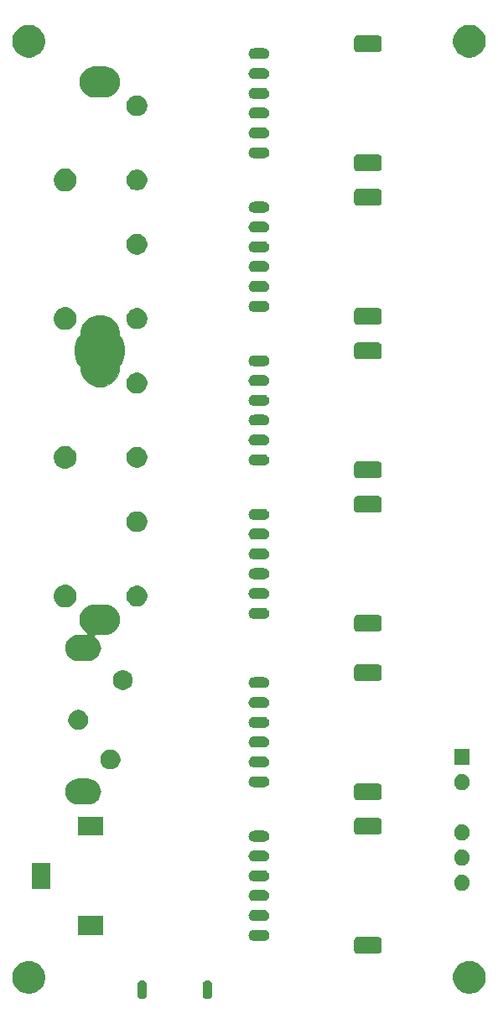
<source format=gbr>
G04 #@! TF.GenerationSoftware,KiCad,Pcbnew,(5.1.4-0-10_14)*
G04 #@! TF.CreationDate,2019-11-24T21:25:27+01:00*
G04 #@! TF.ProjectId,audio-mixer,61756469-6f2d-46d6-9978-65722e6b6963,rev?*
G04 #@! TF.SameCoordinates,Original*
G04 #@! TF.FileFunction,Soldermask,Bot*
G04 #@! TF.FilePolarity,Negative*
%FSLAX46Y46*%
G04 Gerber Fmt 4.6, Leading zero omitted, Abs format (unit mm)*
G04 Created by KiCad (PCBNEW (5.1.4-0-10_14)) date 2019-11-24 21:25:27*
%MOMM*%
%LPD*%
G04 APERTURE LIST*
%ADD10C,0.002000*%
%ADD11C,0.100000*%
G04 APERTURE END LIST*
D10*
G36*
X90973000Y-52650000D02*
G01*
X90997000Y-52955000D01*
X91069000Y-53253000D01*
X91186000Y-53536000D01*
X91346000Y-53797000D01*
X91545000Y-54030000D01*
X91778000Y-54229000D01*
X92039000Y-54389000D01*
X92322000Y-54506000D01*
X92620000Y-54578000D01*
X92925000Y-54602000D01*
X93230000Y-54578000D01*
X93528000Y-54506000D01*
X93811000Y-54389000D01*
X94072000Y-54229000D01*
X94305000Y-54030000D01*
X94504000Y-53797000D01*
X94664000Y-53536000D01*
X94781000Y-53253000D01*
X94853000Y-52955000D01*
X94877000Y-52650000D01*
X94877000Y-49350000D01*
X94853000Y-49045000D01*
X94781000Y-48747000D01*
X94664000Y-48464000D01*
X94504000Y-48203000D01*
X94305000Y-47970000D01*
X94072000Y-47771000D01*
X93811000Y-47611000D01*
X93528000Y-47494000D01*
X93230000Y-47422000D01*
X92925000Y-47398000D01*
X92620000Y-47422000D01*
X92322000Y-47494000D01*
X92039000Y-47611000D01*
X91778000Y-47771000D01*
X91545000Y-47970000D01*
X91346000Y-48203000D01*
X91186000Y-48464000D01*
X91069000Y-48747000D01*
X90997000Y-49045000D01*
X90973000Y-49350000D01*
X90973000Y-52650000D01*
G37*
X90973000Y-52650000D02*
X90997000Y-52955000D01*
X91069000Y-53253000D01*
X91186000Y-53536000D01*
X91346000Y-53797000D01*
X91545000Y-54030000D01*
X91778000Y-54229000D01*
X92039000Y-54389000D01*
X92322000Y-54506000D01*
X92620000Y-54578000D01*
X92925000Y-54602000D01*
X93230000Y-54578000D01*
X93528000Y-54506000D01*
X93811000Y-54389000D01*
X94072000Y-54229000D01*
X94305000Y-54030000D01*
X94504000Y-53797000D01*
X94664000Y-53536000D01*
X94781000Y-53253000D01*
X94853000Y-52955000D01*
X94877000Y-52650000D01*
X94877000Y-49350000D01*
X94853000Y-49045000D01*
X94781000Y-48747000D01*
X94664000Y-48464000D01*
X94504000Y-48203000D01*
X94305000Y-47970000D01*
X94072000Y-47771000D01*
X93811000Y-47611000D01*
X93528000Y-47494000D01*
X93230000Y-47422000D01*
X92925000Y-47398000D01*
X92620000Y-47422000D01*
X92322000Y-47494000D01*
X92039000Y-47611000D01*
X91778000Y-47771000D01*
X91545000Y-47970000D01*
X91346000Y-48203000D01*
X91186000Y-48464000D01*
X91069000Y-48747000D01*
X90997000Y-49045000D01*
X90973000Y-49350000D01*
X90973000Y-52650000D01*
G36*
X92275000Y-22548000D02*
G01*
X92071000Y-22564000D01*
X91873000Y-22612000D01*
X91684000Y-22690000D01*
X91510000Y-22797000D01*
X91355000Y-22930000D01*
X91222000Y-23085000D01*
X91115000Y-23259000D01*
X91037000Y-23448000D01*
X90989000Y-23646000D01*
X90973000Y-23850000D01*
X90989000Y-24054000D01*
X91037000Y-24252000D01*
X91115000Y-24441000D01*
X91222000Y-24615000D01*
X91355000Y-24770000D01*
X91510000Y-24903000D01*
X91684000Y-25010000D01*
X91873000Y-25088000D01*
X92071000Y-25136000D01*
X92275000Y-25152000D01*
X93575000Y-25152000D01*
X93779000Y-25136000D01*
X93977000Y-25088000D01*
X94166000Y-25010000D01*
X94340000Y-24903000D01*
X94495000Y-24770000D01*
X94628000Y-24615000D01*
X94735000Y-24441000D01*
X94813000Y-24252000D01*
X94861000Y-24054000D01*
X94877000Y-23850000D01*
X94861000Y-23646000D01*
X94813000Y-23448000D01*
X94735000Y-23259000D01*
X94628000Y-23085000D01*
X94495000Y-22930000D01*
X94340000Y-22797000D01*
X94166000Y-22690000D01*
X93977000Y-22612000D01*
X93779000Y-22564000D01*
X93575000Y-22548000D01*
X92275000Y-22548000D01*
G37*
X92275000Y-22548000D02*
X92071000Y-22564000D01*
X91873000Y-22612000D01*
X91684000Y-22690000D01*
X91510000Y-22797000D01*
X91355000Y-22930000D01*
X91222000Y-23085000D01*
X91115000Y-23259000D01*
X91037000Y-23448000D01*
X90989000Y-23646000D01*
X90973000Y-23850000D01*
X90989000Y-24054000D01*
X91037000Y-24252000D01*
X91115000Y-24441000D01*
X91222000Y-24615000D01*
X91355000Y-24770000D01*
X91510000Y-24903000D01*
X91684000Y-25010000D01*
X91873000Y-25088000D01*
X92071000Y-25136000D01*
X92275000Y-25152000D01*
X93575000Y-25152000D01*
X93779000Y-25136000D01*
X93977000Y-25088000D01*
X94166000Y-25010000D01*
X94340000Y-24903000D01*
X94495000Y-24770000D01*
X94628000Y-24615000D01*
X94735000Y-24441000D01*
X94813000Y-24252000D01*
X94861000Y-24054000D01*
X94877000Y-23850000D01*
X94861000Y-23646000D01*
X94813000Y-23448000D01*
X94735000Y-23259000D01*
X94628000Y-23085000D01*
X94495000Y-22930000D01*
X94340000Y-22797000D01*
X94166000Y-22690000D01*
X93977000Y-22612000D01*
X93779000Y-22564000D01*
X93575000Y-22548000D01*
X92275000Y-22548000D01*
G36*
X92275000Y-76848000D02*
G01*
X92071000Y-76864000D01*
X91873000Y-76912000D01*
X91684000Y-76990000D01*
X91510000Y-77097000D01*
X91355000Y-77230000D01*
X91222000Y-77385000D01*
X91115000Y-77559000D01*
X91037000Y-77748000D01*
X90989000Y-77946000D01*
X90973000Y-78150000D01*
X90989000Y-78354000D01*
X91037000Y-78552000D01*
X91115000Y-78741000D01*
X91222000Y-78915000D01*
X91355000Y-79070000D01*
X91510000Y-79203000D01*
X91684000Y-79310000D01*
X91873000Y-79388000D01*
X92071000Y-79436000D01*
X92275000Y-79452000D01*
X93575000Y-79452000D01*
X93779000Y-79436000D01*
X93977000Y-79388000D01*
X94166000Y-79310000D01*
X94340000Y-79203000D01*
X94495000Y-79070000D01*
X94628000Y-78915000D01*
X94735000Y-78741000D01*
X94813000Y-78552000D01*
X94861000Y-78354000D01*
X94877000Y-78150000D01*
X94861000Y-77946000D01*
X94813000Y-77748000D01*
X94735000Y-77559000D01*
X94628000Y-77385000D01*
X94495000Y-77230000D01*
X94340000Y-77097000D01*
X94166000Y-76990000D01*
X93977000Y-76912000D01*
X93779000Y-76864000D01*
X93575000Y-76848000D01*
X92275000Y-76848000D01*
G37*
X92275000Y-76848000D02*
X92071000Y-76864000D01*
X91873000Y-76912000D01*
X91684000Y-76990000D01*
X91510000Y-77097000D01*
X91355000Y-77230000D01*
X91222000Y-77385000D01*
X91115000Y-77559000D01*
X91037000Y-77748000D01*
X90989000Y-77946000D01*
X90973000Y-78150000D01*
X90989000Y-78354000D01*
X91037000Y-78552000D01*
X91115000Y-78741000D01*
X91222000Y-78915000D01*
X91355000Y-79070000D01*
X91510000Y-79203000D01*
X91684000Y-79310000D01*
X91873000Y-79388000D01*
X92071000Y-79436000D01*
X92275000Y-79452000D01*
X93575000Y-79452000D01*
X93779000Y-79436000D01*
X93977000Y-79388000D01*
X94166000Y-79310000D01*
X94340000Y-79203000D01*
X94495000Y-79070000D01*
X94628000Y-78915000D01*
X94735000Y-78741000D01*
X94813000Y-78552000D01*
X94861000Y-78354000D01*
X94877000Y-78150000D01*
X94861000Y-77946000D01*
X94813000Y-77748000D01*
X94735000Y-77559000D01*
X94628000Y-77385000D01*
X94495000Y-77230000D01*
X94340000Y-77097000D01*
X94166000Y-76990000D01*
X93977000Y-76912000D01*
X93779000Y-76864000D01*
X93575000Y-76848000D01*
X92275000Y-76848000D01*
D11*
G36*
X97298212Y-114556249D02*
G01*
X97392651Y-114584897D01*
X97479687Y-114631418D01*
X97555975Y-114694025D01*
X97618582Y-114770313D01*
X97665103Y-114857348D01*
X97693751Y-114951787D01*
X97701000Y-115025388D01*
X97701000Y-115974612D01*
X97693751Y-116048213D01*
X97665103Y-116142652D01*
X97618582Y-116229687D01*
X97555975Y-116305975D01*
X97479687Y-116368582D01*
X97392652Y-116415103D01*
X97298213Y-116443751D01*
X97200000Y-116453424D01*
X97101788Y-116443751D01*
X97007349Y-116415103D01*
X96920314Y-116368582D01*
X96844026Y-116305975D01*
X96781419Y-116229687D01*
X96734898Y-116142652D01*
X96706250Y-116048213D01*
X96699001Y-115974612D01*
X96699001Y-115974610D01*
X96699000Y-115974600D01*
X96699000Y-115025389D01*
X96706249Y-114951788D01*
X96734897Y-114857349D01*
X96781418Y-114770313D01*
X96844025Y-114694025D01*
X96920313Y-114631418D01*
X97007348Y-114584897D01*
X97101787Y-114556249D01*
X97200000Y-114546576D01*
X97298212Y-114556249D01*
X97298212Y-114556249D01*
G37*
G36*
X103898212Y-114556249D02*
G01*
X103992651Y-114584897D01*
X104079687Y-114631418D01*
X104155975Y-114694025D01*
X104218582Y-114770313D01*
X104265103Y-114857348D01*
X104293751Y-114951787D01*
X104301000Y-115025388D01*
X104301000Y-115974612D01*
X104293751Y-116048213D01*
X104265103Y-116142652D01*
X104218582Y-116229687D01*
X104155975Y-116305975D01*
X104079687Y-116368582D01*
X103992652Y-116415103D01*
X103898213Y-116443751D01*
X103800000Y-116453424D01*
X103701788Y-116443751D01*
X103607349Y-116415103D01*
X103520314Y-116368582D01*
X103444026Y-116305975D01*
X103381419Y-116229687D01*
X103334898Y-116142652D01*
X103306250Y-116048213D01*
X103299001Y-115974612D01*
X103299001Y-115974610D01*
X103299000Y-115974600D01*
X103299000Y-115025389D01*
X103306249Y-114951788D01*
X103334897Y-114857349D01*
X103381418Y-114770313D01*
X103444025Y-114694025D01*
X103520313Y-114631418D01*
X103607348Y-114584897D01*
X103701787Y-114556249D01*
X103800000Y-114546576D01*
X103898212Y-114556249D01*
X103898212Y-114556249D01*
G37*
G36*
X130625256Y-112641298D02*
G01*
X130731579Y-112662447D01*
X131032042Y-112786903D01*
X131302451Y-112967585D01*
X131532415Y-113197549D01*
X131713097Y-113467958D01*
X131837553Y-113768421D01*
X131901000Y-114087391D01*
X131901000Y-114412609D01*
X131837553Y-114731579D01*
X131713097Y-115032042D01*
X131532415Y-115302451D01*
X131302451Y-115532415D01*
X131032042Y-115713097D01*
X130731579Y-115837553D01*
X130625256Y-115858702D01*
X130412611Y-115901000D01*
X130087389Y-115901000D01*
X129874744Y-115858702D01*
X129768421Y-115837553D01*
X129467958Y-115713097D01*
X129197549Y-115532415D01*
X128967585Y-115302451D01*
X128786903Y-115032042D01*
X128662447Y-114731579D01*
X128599000Y-114412609D01*
X128599000Y-114087391D01*
X128662447Y-113768421D01*
X128786903Y-113467958D01*
X128967585Y-113197549D01*
X129197549Y-112967585D01*
X129467958Y-112786903D01*
X129768421Y-112662447D01*
X129874744Y-112641298D01*
X130087389Y-112599000D01*
X130412611Y-112599000D01*
X130625256Y-112641298D01*
X130625256Y-112641298D01*
G37*
G36*
X86125256Y-112641298D02*
G01*
X86231579Y-112662447D01*
X86532042Y-112786903D01*
X86802451Y-112967585D01*
X87032415Y-113197549D01*
X87213097Y-113467958D01*
X87337553Y-113768421D01*
X87401000Y-114087391D01*
X87401000Y-114412609D01*
X87337553Y-114731579D01*
X87213097Y-115032042D01*
X87032415Y-115302451D01*
X86802451Y-115532415D01*
X86532042Y-115713097D01*
X86231579Y-115837553D01*
X86125256Y-115858702D01*
X85912611Y-115901000D01*
X85587389Y-115901000D01*
X85374744Y-115858702D01*
X85268421Y-115837553D01*
X84967958Y-115713097D01*
X84697549Y-115532415D01*
X84467585Y-115302451D01*
X84286903Y-115032042D01*
X84162447Y-114731579D01*
X84099000Y-114412609D01*
X84099000Y-114087391D01*
X84162447Y-113768421D01*
X84286903Y-113467958D01*
X84467585Y-113197549D01*
X84697549Y-112967585D01*
X84967958Y-112786903D01*
X85268421Y-112662447D01*
X85374744Y-112641298D01*
X85587389Y-112599000D01*
X85912611Y-112599000D01*
X86125256Y-112641298D01*
X86125256Y-112641298D01*
G37*
G36*
X121089842Y-110157018D02*
G01*
X121162227Y-110178976D01*
X121228924Y-110214626D01*
X121287392Y-110262608D01*
X121335374Y-110321076D01*
X121371024Y-110387773D01*
X121392982Y-110460158D01*
X121401000Y-110541564D01*
X121401000Y-111458436D01*
X121392982Y-111539842D01*
X121371024Y-111612227D01*
X121335374Y-111678924D01*
X121287392Y-111737392D01*
X121228924Y-111785374D01*
X121162227Y-111821024D01*
X121089842Y-111842982D01*
X121008436Y-111851000D01*
X118991564Y-111851000D01*
X118910158Y-111842982D01*
X118837773Y-111821024D01*
X118771076Y-111785374D01*
X118712608Y-111737392D01*
X118664626Y-111678924D01*
X118628976Y-111612227D01*
X118607018Y-111539842D01*
X118599000Y-111458436D01*
X118599000Y-110541564D01*
X118607018Y-110460158D01*
X118628976Y-110387773D01*
X118664626Y-110321076D01*
X118712608Y-110262608D01*
X118771076Y-110214626D01*
X118837773Y-110178976D01*
X118910158Y-110157018D01*
X118991564Y-110149000D01*
X121008436Y-110149000D01*
X121089842Y-110157018D01*
X121089842Y-110157018D01*
G37*
G36*
X109608015Y-109456973D02*
G01*
X109711879Y-109488479D01*
X109739055Y-109503005D01*
X109807600Y-109539643D01*
X109891501Y-109608499D01*
X109960357Y-109692400D01*
X109996995Y-109760945D01*
X110011521Y-109788121D01*
X110043027Y-109891985D01*
X110053666Y-110000000D01*
X110043027Y-110108015D01*
X110011521Y-110211879D01*
X110004961Y-110224152D01*
X109960357Y-110307600D01*
X109891501Y-110391501D01*
X109807600Y-110460357D01*
X109739055Y-110496995D01*
X109711879Y-110511521D01*
X109608015Y-110543027D01*
X109527067Y-110551000D01*
X108472933Y-110551000D01*
X108391985Y-110543027D01*
X108288121Y-110511521D01*
X108260945Y-110496995D01*
X108192400Y-110460357D01*
X108108499Y-110391501D01*
X108039643Y-110307600D01*
X107995039Y-110224152D01*
X107988479Y-110211879D01*
X107956973Y-110108015D01*
X107946334Y-110000000D01*
X107956973Y-109891985D01*
X107988479Y-109788121D01*
X108003005Y-109760945D01*
X108039643Y-109692400D01*
X108108499Y-109608499D01*
X108192400Y-109539643D01*
X108260945Y-109503005D01*
X108288121Y-109488479D01*
X108391985Y-109456973D01*
X108472933Y-109449000D01*
X109527067Y-109449000D01*
X109608015Y-109456973D01*
X109608015Y-109456973D01*
G37*
G36*
X93301000Y-109951000D02*
G01*
X90699000Y-109951000D01*
X90699000Y-108049000D01*
X93301000Y-108049000D01*
X93301000Y-109951000D01*
X93301000Y-109951000D01*
G37*
G36*
X109608015Y-107456973D02*
G01*
X109711879Y-107488479D01*
X109739055Y-107503005D01*
X109807600Y-107539643D01*
X109891501Y-107608499D01*
X109960357Y-107692400D01*
X109996995Y-107760945D01*
X110011521Y-107788121D01*
X110043027Y-107891985D01*
X110053666Y-108000000D01*
X110043027Y-108108015D01*
X110011521Y-108211879D01*
X110011519Y-108211882D01*
X109960357Y-108307600D01*
X109891501Y-108391501D01*
X109807600Y-108460357D01*
X109739055Y-108496995D01*
X109711879Y-108511521D01*
X109608015Y-108543027D01*
X109527067Y-108551000D01*
X108472933Y-108551000D01*
X108391985Y-108543027D01*
X108288121Y-108511521D01*
X108260945Y-108496995D01*
X108192400Y-108460357D01*
X108108499Y-108391501D01*
X108039643Y-108307600D01*
X107988481Y-108211882D01*
X107988479Y-108211879D01*
X107956973Y-108108015D01*
X107946334Y-108000000D01*
X107956973Y-107891985D01*
X107988479Y-107788121D01*
X108003005Y-107760945D01*
X108039643Y-107692400D01*
X108108499Y-107608499D01*
X108192400Y-107539643D01*
X108260945Y-107503005D01*
X108288121Y-107488479D01*
X108391985Y-107456973D01*
X108472933Y-107449000D01*
X109527067Y-107449000D01*
X109608015Y-107456973D01*
X109608015Y-107456973D01*
G37*
G36*
X109608015Y-105456973D02*
G01*
X109711879Y-105488479D01*
X109735304Y-105501000D01*
X109807600Y-105539643D01*
X109891501Y-105608499D01*
X109960357Y-105692400D01*
X109996995Y-105760945D01*
X110011521Y-105788121D01*
X110043027Y-105891985D01*
X110053666Y-106000000D01*
X110043027Y-106108015D01*
X110011521Y-106211879D01*
X110011519Y-106211882D01*
X109960357Y-106307600D01*
X109891501Y-106391501D01*
X109807600Y-106460357D01*
X109739055Y-106496995D01*
X109711879Y-106511521D01*
X109608015Y-106543027D01*
X109527067Y-106551000D01*
X108472933Y-106551000D01*
X108391985Y-106543027D01*
X108288121Y-106511521D01*
X108260945Y-106496995D01*
X108192400Y-106460357D01*
X108108499Y-106391501D01*
X108039643Y-106307600D01*
X107988481Y-106211882D01*
X107988479Y-106211879D01*
X107956973Y-106108015D01*
X107946334Y-106000000D01*
X107956973Y-105891985D01*
X107988479Y-105788121D01*
X108003005Y-105760945D01*
X108039643Y-105692400D01*
X108108499Y-105608499D01*
X108192400Y-105539643D01*
X108264696Y-105501000D01*
X108288121Y-105488479D01*
X108391985Y-105456973D01*
X108472933Y-105449000D01*
X109527067Y-105449000D01*
X109608015Y-105456973D01*
X109608015Y-105456973D01*
G37*
G36*
X129733642Y-103929781D02*
G01*
X129879414Y-103990162D01*
X129879416Y-103990163D01*
X130010608Y-104077822D01*
X130122178Y-104189392D01*
X130137203Y-104211879D01*
X130209838Y-104320586D01*
X130270219Y-104466358D01*
X130301000Y-104621107D01*
X130301000Y-104778893D01*
X130270219Y-104933642D01*
X130209838Y-105079414D01*
X130209837Y-105079416D01*
X130122178Y-105210608D01*
X130010608Y-105322178D01*
X129879416Y-105409837D01*
X129879415Y-105409838D01*
X129879414Y-105409838D01*
X129733642Y-105470219D01*
X129578893Y-105501000D01*
X129421107Y-105501000D01*
X129266358Y-105470219D01*
X129120586Y-105409838D01*
X129120585Y-105409838D01*
X129120584Y-105409837D01*
X128989392Y-105322178D01*
X128877822Y-105210608D01*
X128790163Y-105079416D01*
X128790162Y-105079414D01*
X128729781Y-104933642D01*
X128699000Y-104778893D01*
X128699000Y-104621107D01*
X128729781Y-104466358D01*
X128790162Y-104320586D01*
X128862797Y-104211879D01*
X128877822Y-104189392D01*
X128989392Y-104077822D01*
X129120584Y-103990163D01*
X129120586Y-103990162D01*
X129266358Y-103929781D01*
X129421107Y-103899000D01*
X129578893Y-103899000D01*
X129733642Y-103929781D01*
X129733642Y-103929781D01*
G37*
G36*
X87951000Y-105301000D02*
G01*
X86049000Y-105301000D01*
X86049000Y-102699000D01*
X87951000Y-102699000D01*
X87951000Y-105301000D01*
X87951000Y-105301000D01*
G37*
G36*
X109608015Y-103456973D02*
G01*
X109711879Y-103488479D01*
X109739055Y-103503005D01*
X109807600Y-103539643D01*
X109891501Y-103608499D01*
X109960357Y-103692400D01*
X109996995Y-103760945D01*
X110011521Y-103788121D01*
X110043027Y-103891985D01*
X110053666Y-104000000D01*
X110043027Y-104108015D01*
X110011521Y-104211879D01*
X110011519Y-104211882D01*
X109960357Y-104307600D01*
X109891501Y-104391501D01*
X109807600Y-104460357D01*
X109739055Y-104496995D01*
X109711879Y-104511521D01*
X109608015Y-104543027D01*
X109527067Y-104551000D01*
X108472933Y-104551000D01*
X108391985Y-104543027D01*
X108288121Y-104511521D01*
X108260945Y-104496995D01*
X108192400Y-104460357D01*
X108108499Y-104391501D01*
X108039643Y-104307600D01*
X107988481Y-104211882D01*
X107988479Y-104211879D01*
X107956973Y-104108015D01*
X107946334Y-104000000D01*
X107956973Y-103891985D01*
X107988479Y-103788121D01*
X108003005Y-103760945D01*
X108039643Y-103692400D01*
X108108499Y-103608499D01*
X108192400Y-103539643D01*
X108260945Y-103503005D01*
X108288121Y-103488479D01*
X108391985Y-103456973D01*
X108472933Y-103449000D01*
X109527067Y-103449000D01*
X109608015Y-103456973D01*
X109608015Y-103456973D01*
G37*
G36*
X129733642Y-101389781D02*
G01*
X129879414Y-101450162D01*
X129879416Y-101450163D01*
X130010608Y-101537822D01*
X130122178Y-101649392D01*
X130209837Y-101780584D01*
X130209838Y-101780586D01*
X130270219Y-101926358D01*
X130301000Y-102081107D01*
X130301000Y-102238893D01*
X130270219Y-102393642D01*
X130209838Y-102539414D01*
X130209837Y-102539416D01*
X130122178Y-102670608D01*
X130010608Y-102782178D01*
X129879416Y-102869837D01*
X129879415Y-102869838D01*
X129879414Y-102869838D01*
X129733642Y-102930219D01*
X129578893Y-102961000D01*
X129421107Y-102961000D01*
X129266358Y-102930219D01*
X129120586Y-102869838D01*
X129120585Y-102869838D01*
X129120584Y-102869837D01*
X128989392Y-102782178D01*
X128877822Y-102670608D01*
X128790163Y-102539416D01*
X128790162Y-102539414D01*
X128729781Y-102393642D01*
X128699000Y-102238893D01*
X128699000Y-102081107D01*
X128729781Y-101926358D01*
X128790162Y-101780586D01*
X128790163Y-101780584D01*
X128877822Y-101649392D01*
X128989392Y-101537822D01*
X129120584Y-101450163D01*
X129120586Y-101450162D01*
X129266358Y-101389781D01*
X129421107Y-101359000D01*
X129578893Y-101359000D01*
X129733642Y-101389781D01*
X129733642Y-101389781D01*
G37*
G36*
X109608015Y-101456973D02*
G01*
X109711879Y-101488479D01*
X109739055Y-101503005D01*
X109807600Y-101539643D01*
X109891501Y-101608499D01*
X109960357Y-101692400D01*
X109996995Y-101760945D01*
X110011521Y-101788121D01*
X110043027Y-101891985D01*
X110053666Y-102000000D01*
X110043027Y-102108015D01*
X110011521Y-102211879D01*
X110011519Y-102211882D01*
X109960357Y-102307600D01*
X109891501Y-102391501D01*
X109807600Y-102460357D01*
X109739055Y-102496995D01*
X109711879Y-102511521D01*
X109608015Y-102543027D01*
X109527067Y-102551000D01*
X108472933Y-102551000D01*
X108391985Y-102543027D01*
X108288121Y-102511521D01*
X108260945Y-102496995D01*
X108192400Y-102460357D01*
X108108499Y-102391501D01*
X108039643Y-102307600D01*
X107988481Y-102211882D01*
X107988479Y-102211879D01*
X107956973Y-102108015D01*
X107946334Y-102000000D01*
X107956973Y-101891985D01*
X107988479Y-101788121D01*
X108003005Y-101760945D01*
X108039643Y-101692400D01*
X108108499Y-101608499D01*
X108192400Y-101539643D01*
X108260945Y-101503005D01*
X108288121Y-101488479D01*
X108391985Y-101456973D01*
X108472933Y-101449000D01*
X109527067Y-101449000D01*
X109608015Y-101456973D01*
X109608015Y-101456973D01*
G37*
G36*
X109608015Y-99456973D02*
G01*
X109711879Y-99488479D01*
X109739055Y-99503005D01*
X109807600Y-99539643D01*
X109891501Y-99608499D01*
X109960357Y-99692400D01*
X109996995Y-99760945D01*
X110011521Y-99788121D01*
X110043027Y-99891985D01*
X110053666Y-100000000D01*
X110043027Y-100108015D01*
X110011521Y-100211879D01*
X110011519Y-100211882D01*
X109960357Y-100307600D01*
X109891501Y-100391501D01*
X109807600Y-100460357D01*
X109739055Y-100496995D01*
X109711879Y-100511521D01*
X109608015Y-100543027D01*
X109527067Y-100551000D01*
X108472933Y-100551000D01*
X108391985Y-100543027D01*
X108288121Y-100511521D01*
X108260945Y-100496995D01*
X108192400Y-100460357D01*
X108108499Y-100391501D01*
X108039643Y-100307600D01*
X107988481Y-100211882D01*
X107988479Y-100211879D01*
X107956973Y-100108015D01*
X107946334Y-100000000D01*
X107956973Y-99891985D01*
X107988479Y-99788121D01*
X108003005Y-99760945D01*
X108039643Y-99692400D01*
X108108499Y-99608499D01*
X108192400Y-99539643D01*
X108260945Y-99503005D01*
X108288121Y-99488479D01*
X108391985Y-99456973D01*
X108472933Y-99449000D01*
X109527067Y-99449000D01*
X109608015Y-99456973D01*
X109608015Y-99456973D01*
G37*
G36*
X129733642Y-98849781D02*
G01*
X129879414Y-98910162D01*
X129879416Y-98910163D01*
X130010608Y-98997822D01*
X130122178Y-99109392D01*
X130209837Y-99240584D01*
X130209838Y-99240586D01*
X130270219Y-99386358D01*
X130301000Y-99541107D01*
X130301000Y-99698893D01*
X130270219Y-99853642D01*
X130229892Y-99951000D01*
X130209837Y-99999416D01*
X130122178Y-100130608D01*
X130010608Y-100242178D01*
X129879416Y-100329837D01*
X129879415Y-100329838D01*
X129879414Y-100329838D01*
X129733642Y-100390219D01*
X129578893Y-100421000D01*
X129421107Y-100421000D01*
X129266358Y-100390219D01*
X129120586Y-100329838D01*
X129120585Y-100329838D01*
X129120584Y-100329837D01*
X128989392Y-100242178D01*
X128877822Y-100130608D01*
X128790163Y-99999416D01*
X128770108Y-99951000D01*
X128729781Y-99853642D01*
X128699000Y-99698893D01*
X128699000Y-99541107D01*
X128729781Y-99386358D01*
X128790162Y-99240586D01*
X128790163Y-99240584D01*
X128877822Y-99109392D01*
X128989392Y-98997822D01*
X129120584Y-98910163D01*
X129120586Y-98910162D01*
X129266358Y-98849781D01*
X129421107Y-98819000D01*
X129578893Y-98819000D01*
X129733642Y-98849781D01*
X129733642Y-98849781D01*
G37*
G36*
X93301000Y-99951000D02*
G01*
X90699000Y-99951000D01*
X90699000Y-98049000D01*
X93301000Y-98049000D01*
X93301000Y-99951000D01*
X93301000Y-99951000D01*
G37*
G36*
X121089842Y-98157018D02*
G01*
X121162227Y-98178976D01*
X121228924Y-98214626D01*
X121287392Y-98262608D01*
X121335374Y-98321076D01*
X121371024Y-98387773D01*
X121392982Y-98460158D01*
X121401000Y-98541564D01*
X121401000Y-99458436D01*
X121392982Y-99539842D01*
X121371024Y-99612227D01*
X121335374Y-99678924D01*
X121287392Y-99737392D01*
X121228924Y-99785374D01*
X121162227Y-99821024D01*
X121089842Y-99842982D01*
X121008436Y-99851000D01*
X118991564Y-99851000D01*
X118910158Y-99842982D01*
X118837773Y-99821024D01*
X118771076Y-99785374D01*
X118712608Y-99737392D01*
X118664626Y-99678924D01*
X118628976Y-99612227D01*
X118607018Y-99539842D01*
X118599000Y-99458436D01*
X118599000Y-98541564D01*
X118607018Y-98460158D01*
X118628976Y-98387773D01*
X118664626Y-98321076D01*
X118712608Y-98262608D01*
X118771076Y-98214626D01*
X118837773Y-98178976D01*
X118910158Y-98157018D01*
X118991564Y-98149000D01*
X121008436Y-98149000D01*
X121089842Y-98157018D01*
X121089842Y-98157018D01*
G37*
G36*
X91909472Y-94208412D02*
G01*
X92005040Y-94217825D01*
X92250280Y-94292218D01*
X92476294Y-94413025D01*
X92527899Y-94455376D01*
X92674397Y-94575603D01*
X92786235Y-94711879D01*
X92836975Y-94773706D01*
X92957782Y-94999720D01*
X93032175Y-95244960D01*
X93057294Y-95500000D01*
X93032175Y-95755040D01*
X92957782Y-96000280D01*
X92836975Y-96226294D01*
X92827867Y-96237392D01*
X92674397Y-96424397D01*
X92527899Y-96544624D01*
X92476294Y-96586975D01*
X92250280Y-96707782D01*
X92005040Y-96782175D01*
X91909472Y-96791588D01*
X91813906Y-96801000D01*
X90686094Y-96801000D01*
X90590528Y-96791588D01*
X90494960Y-96782175D01*
X90249720Y-96707782D01*
X90023706Y-96586975D01*
X89972101Y-96544624D01*
X89825603Y-96424397D01*
X89672133Y-96237392D01*
X89663025Y-96226294D01*
X89542218Y-96000280D01*
X89467825Y-95755040D01*
X89442706Y-95500000D01*
X89467825Y-95244960D01*
X89542218Y-94999720D01*
X89663025Y-94773706D01*
X89713765Y-94711879D01*
X89825603Y-94575603D01*
X89972101Y-94455376D01*
X90023706Y-94413025D01*
X90249720Y-94292218D01*
X90494960Y-94217825D01*
X90590528Y-94208412D01*
X90686094Y-94199000D01*
X91813906Y-94199000D01*
X91909472Y-94208412D01*
X91909472Y-94208412D01*
G37*
G36*
X121089842Y-94657018D02*
G01*
X121162227Y-94678976D01*
X121228924Y-94714626D01*
X121287392Y-94762608D01*
X121335374Y-94821076D01*
X121371024Y-94887773D01*
X121392982Y-94960158D01*
X121401000Y-95041564D01*
X121401000Y-95958436D01*
X121392982Y-96039842D01*
X121371024Y-96112227D01*
X121335374Y-96178924D01*
X121287392Y-96237392D01*
X121228924Y-96285374D01*
X121162227Y-96321024D01*
X121089842Y-96342982D01*
X121008436Y-96351000D01*
X118991564Y-96351000D01*
X118910158Y-96342982D01*
X118837773Y-96321024D01*
X118771076Y-96285374D01*
X118712608Y-96237392D01*
X118664626Y-96178924D01*
X118628976Y-96112227D01*
X118607018Y-96039842D01*
X118599000Y-95958436D01*
X118599000Y-95041564D01*
X118607018Y-94960158D01*
X118628976Y-94887773D01*
X118664626Y-94821076D01*
X118712608Y-94762608D01*
X118771076Y-94714626D01*
X118837773Y-94678976D01*
X118910158Y-94657018D01*
X118991564Y-94649000D01*
X121008436Y-94649000D01*
X121089842Y-94657018D01*
X121089842Y-94657018D01*
G37*
G36*
X129733642Y-93769781D02*
G01*
X129879414Y-93830162D01*
X129879416Y-93830163D01*
X130010608Y-93917822D01*
X130122178Y-94029392D01*
X130175035Y-94108499D01*
X130209838Y-94160586D01*
X130270219Y-94306358D01*
X130301000Y-94461107D01*
X130301000Y-94618893D01*
X130270219Y-94773642D01*
X130222944Y-94887773D01*
X130209837Y-94919416D01*
X130122178Y-95050608D01*
X130010608Y-95162178D01*
X129879416Y-95249837D01*
X129879415Y-95249838D01*
X129879414Y-95249838D01*
X129733642Y-95310219D01*
X129578893Y-95341000D01*
X129421107Y-95341000D01*
X129266358Y-95310219D01*
X129120586Y-95249838D01*
X129120585Y-95249838D01*
X129120584Y-95249837D01*
X128989392Y-95162178D01*
X128877822Y-95050608D01*
X128790163Y-94919416D01*
X128777056Y-94887773D01*
X128729781Y-94773642D01*
X128699000Y-94618893D01*
X128699000Y-94461107D01*
X128729781Y-94306358D01*
X128790162Y-94160586D01*
X128824965Y-94108499D01*
X128877822Y-94029392D01*
X128989392Y-93917822D01*
X129120584Y-93830163D01*
X129120586Y-93830162D01*
X129266358Y-93769781D01*
X129421107Y-93739000D01*
X129578893Y-93739000D01*
X129733642Y-93769781D01*
X129733642Y-93769781D01*
G37*
G36*
X109608015Y-93956973D02*
G01*
X109711879Y-93988479D01*
X109739055Y-94003005D01*
X109807600Y-94039643D01*
X109891501Y-94108499D01*
X109960357Y-94192400D01*
X109996995Y-94260945D01*
X110011521Y-94288121D01*
X110043027Y-94391985D01*
X110053666Y-94500000D01*
X110043027Y-94608015D01*
X110011521Y-94711879D01*
X110004961Y-94724152D01*
X109960357Y-94807600D01*
X109891501Y-94891501D01*
X109807600Y-94960357D01*
X109739055Y-94996995D01*
X109711879Y-95011521D01*
X109608015Y-95043027D01*
X109527067Y-95051000D01*
X108472933Y-95051000D01*
X108391985Y-95043027D01*
X108288121Y-95011521D01*
X108260945Y-94996995D01*
X108192400Y-94960357D01*
X108108499Y-94891501D01*
X108039643Y-94807600D01*
X107995039Y-94724152D01*
X107988479Y-94711879D01*
X107956973Y-94608015D01*
X107946334Y-94500000D01*
X107956973Y-94391985D01*
X107988479Y-94288121D01*
X108003005Y-94260945D01*
X108039643Y-94192400D01*
X108108499Y-94108499D01*
X108192400Y-94039643D01*
X108260945Y-94003005D01*
X108288121Y-93988479D01*
X108391985Y-93956973D01*
X108472933Y-93949000D01*
X109527067Y-93949000D01*
X109608015Y-93956973D01*
X109608015Y-93956973D01*
G37*
G36*
X94291981Y-91287468D02*
G01*
X94474151Y-91362926D01*
X94638100Y-91472473D01*
X94777527Y-91611900D01*
X94887074Y-91775849D01*
X94962099Y-91956973D01*
X94962532Y-91958020D01*
X94992465Y-92108499D01*
X95001000Y-92151410D01*
X95001000Y-92348590D01*
X94962532Y-92541981D01*
X94887074Y-92724151D01*
X94777527Y-92888100D01*
X94638100Y-93027527D01*
X94474151Y-93137074D01*
X94291981Y-93212532D01*
X94195285Y-93231766D01*
X94098591Y-93251000D01*
X93901409Y-93251000D01*
X93804715Y-93231766D01*
X93708019Y-93212532D01*
X93525849Y-93137074D01*
X93361900Y-93027527D01*
X93222473Y-92888100D01*
X93112926Y-92724151D01*
X93037468Y-92541981D01*
X92999000Y-92348590D01*
X92999000Y-92151410D01*
X93007536Y-92108499D01*
X93037468Y-91958020D01*
X93037902Y-91956973D01*
X93112926Y-91775849D01*
X93222473Y-91611900D01*
X93361900Y-91472473D01*
X93525849Y-91362926D01*
X93708019Y-91287468D01*
X93901409Y-91249000D01*
X94098591Y-91249000D01*
X94291981Y-91287468D01*
X94291981Y-91287468D01*
G37*
G36*
X109608015Y-91956973D02*
G01*
X109711879Y-91988479D01*
X109739055Y-92003005D01*
X109807600Y-92039643D01*
X109891501Y-92108499D01*
X109960357Y-92192400D01*
X109996995Y-92260945D01*
X110011521Y-92288121D01*
X110043027Y-92391985D01*
X110053666Y-92500000D01*
X110043027Y-92608015D01*
X110011521Y-92711879D01*
X110011519Y-92711882D01*
X109960357Y-92807600D01*
X109891501Y-92891501D01*
X109807600Y-92960357D01*
X109739055Y-92996995D01*
X109711879Y-93011521D01*
X109608015Y-93043027D01*
X109527067Y-93051000D01*
X108472933Y-93051000D01*
X108391985Y-93043027D01*
X108288121Y-93011521D01*
X108260945Y-92996995D01*
X108192400Y-92960357D01*
X108108499Y-92891501D01*
X108039643Y-92807600D01*
X107988481Y-92711882D01*
X107988479Y-92711879D01*
X107956973Y-92608015D01*
X107946334Y-92500000D01*
X107956973Y-92391985D01*
X107988479Y-92288121D01*
X108003005Y-92260945D01*
X108039643Y-92192400D01*
X108108499Y-92108499D01*
X108192400Y-92039643D01*
X108260945Y-92003005D01*
X108288121Y-91988479D01*
X108391985Y-91956973D01*
X108472933Y-91949000D01*
X109527067Y-91949000D01*
X109608015Y-91956973D01*
X109608015Y-91956973D01*
G37*
G36*
X130301000Y-92801000D02*
G01*
X128699000Y-92801000D01*
X128699000Y-91199000D01*
X130301000Y-91199000D01*
X130301000Y-92801000D01*
X130301000Y-92801000D01*
G37*
G36*
X109608015Y-89956973D02*
G01*
X109711879Y-89988479D01*
X109739055Y-90003005D01*
X109807600Y-90039643D01*
X109891501Y-90108499D01*
X109960357Y-90192400D01*
X109996995Y-90260945D01*
X110011521Y-90288121D01*
X110043027Y-90391985D01*
X110053666Y-90500000D01*
X110043027Y-90608015D01*
X110011521Y-90711879D01*
X110011519Y-90711882D01*
X109960357Y-90807600D01*
X109891501Y-90891501D01*
X109807600Y-90960357D01*
X109739055Y-90996995D01*
X109711879Y-91011521D01*
X109608015Y-91043027D01*
X109527067Y-91051000D01*
X108472933Y-91051000D01*
X108391985Y-91043027D01*
X108288121Y-91011521D01*
X108260945Y-90996995D01*
X108192400Y-90960357D01*
X108108499Y-90891501D01*
X108039643Y-90807600D01*
X107988481Y-90711882D01*
X107988479Y-90711879D01*
X107956973Y-90608015D01*
X107946334Y-90500000D01*
X107956973Y-90391985D01*
X107988479Y-90288121D01*
X108003005Y-90260945D01*
X108039643Y-90192400D01*
X108108499Y-90108499D01*
X108192400Y-90039643D01*
X108260945Y-90003005D01*
X108288121Y-89988479D01*
X108391985Y-89956973D01*
X108472933Y-89949000D01*
X109527067Y-89949000D01*
X109608015Y-89956973D01*
X109608015Y-89956973D01*
G37*
G36*
X90945285Y-87268234D02*
G01*
X91041981Y-87287468D01*
X91224151Y-87362926D01*
X91388100Y-87472473D01*
X91527527Y-87611900D01*
X91637074Y-87775849D01*
X91712099Y-87956973D01*
X91712532Y-87958020D01*
X91742465Y-88108499D01*
X91751000Y-88151410D01*
X91751000Y-88348590D01*
X91712532Y-88541981D01*
X91637074Y-88724151D01*
X91527527Y-88888100D01*
X91388100Y-89027527D01*
X91224151Y-89137074D01*
X91041981Y-89212532D01*
X90945285Y-89231766D01*
X90848591Y-89251000D01*
X90651409Y-89251000D01*
X90458019Y-89212532D01*
X90275849Y-89137074D01*
X90111900Y-89027527D01*
X89972473Y-88888100D01*
X89862926Y-88724151D01*
X89787468Y-88541981D01*
X89749000Y-88348590D01*
X89749000Y-88151410D01*
X89757536Y-88108499D01*
X89787468Y-87958020D01*
X89787902Y-87956973D01*
X89862926Y-87775849D01*
X89972473Y-87611900D01*
X90111900Y-87472473D01*
X90275849Y-87362926D01*
X90458019Y-87287468D01*
X90554715Y-87268234D01*
X90651409Y-87249000D01*
X90848591Y-87249000D01*
X90945285Y-87268234D01*
X90945285Y-87268234D01*
G37*
G36*
X109608015Y-87956973D02*
G01*
X109711879Y-87988479D01*
X109739055Y-88003005D01*
X109807600Y-88039643D01*
X109891501Y-88108499D01*
X109960357Y-88192400D01*
X109996995Y-88260945D01*
X110011521Y-88288121D01*
X110043027Y-88391985D01*
X110053666Y-88500000D01*
X110043027Y-88608015D01*
X110011521Y-88711879D01*
X110011519Y-88711882D01*
X109960357Y-88807600D01*
X109891501Y-88891501D01*
X109807600Y-88960357D01*
X109739055Y-88996995D01*
X109711879Y-89011521D01*
X109608015Y-89043027D01*
X109527067Y-89051000D01*
X108472933Y-89051000D01*
X108391985Y-89043027D01*
X108288121Y-89011521D01*
X108260945Y-88996995D01*
X108192400Y-88960357D01*
X108108499Y-88891501D01*
X108039643Y-88807600D01*
X107988481Y-88711882D01*
X107988479Y-88711879D01*
X107956973Y-88608015D01*
X107946334Y-88500000D01*
X107956973Y-88391985D01*
X107988479Y-88288121D01*
X108003005Y-88260945D01*
X108039643Y-88192400D01*
X108108499Y-88108499D01*
X108192400Y-88039643D01*
X108260945Y-88003005D01*
X108288121Y-87988479D01*
X108391985Y-87956973D01*
X108472933Y-87949000D01*
X109527067Y-87949000D01*
X109608015Y-87956973D01*
X109608015Y-87956973D01*
G37*
G36*
X109608015Y-85956973D02*
G01*
X109711879Y-85988479D01*
X109739055Y-86003005D01*
X109807600Y-86039643D01*
X109891501Y-86108499D01*
X109960357Y-86192400D01*
X109996995Y-86260945D01*
X110011521Y-86288121D01*
X110043027Y-86391985D01*
X110053666Y-86500000D01*
X110043027Y-86608015D01*
X110011521Y-86711879D01*
X110011519Y-86711882D01*
X109960357Y-86807600D01*
X109891501Y-86891501D01*
X109807600Y-86960357D01*
X109739055Y-86996995D01*
X109711879Y-87011521D01*
X109608015Y-87043027D01*
X109527067Y-87051000D01*
X108472933Y-87051000D01*
X108391985Y-87043027D01*
X108288121Y-87011521D01*
X108260945Y-86996995D01*
X108192400Y-86960357D01*
X108108499Y-86891501D01*
X108039643Y-86807600D01*
X107988481Y-86711882D01*
X107988479Y-86711879D01*
X107956973Y-86608015D01*
X107946334Y-86500000D01*
X107956973Y-86391985D01*
X107988479Y-86288121D01*
X108003005Y-86260945D01*
X108039643Y-86192400D01*
X108108499Y-86108499D01*
X108192400Y-86039643D01*
X108260945Y-86003005D01*
X108288121Y-85988479D01*
X108391985Y-85956973D01*
X108472933Y-85949000D01*
X109527067Y-85949000D01*
X109608015Y-85956973D01*
X109608015Y-85956973D01*
G37*
G36*
X95541981Y-83287468D02*
G01*
X95724151Y-83362926D01*
X95888100Y-83472473D01*
X96027527Y-83611900D01*
X96137074Y-83775849D01*
X96212099Y-83956973D01*
X96212532Y-83958020D01*
X96242465Y-84108499D01*
X96251000Y-84151410D01*
X96251000Y-84348590D01*
X96212532Y-84541981D01*
X96137074Y-84724151D01*
X96027527Y-84888100D01*
X95888100Y-85027527D01*
X95724151Y-85137074D01*
X95541981Y-85212532D01*
X95348591Y-85251000D01*
X95151409Y-85251000D01*
X94958019Y-85212532D01*
X94775849Y-85137074D01*
X94611900Y-85027527D01*
X94472473Y-84888100D01*
X94362926Y-84724151D01*
X94287468Y-84541981D01*
X94249000Y-84348590D01*
X94249000Y-84151410D01*
X94257536Y-84108499D01*
X94287468Y-83958020D01*
X94287902Y-83956973D01*
X94362926Y-83775849D01*
X94472473Y-83611900D01*
X94611900Y-83472473D01*
X94775849Y-83362926D01*
X94958019Y-83287468D01*
X95151409Y-83249000D01*
X95348591Y-83249000D01*
X95541981Y-83287468D01*
X95541981Y-83287468D01*
G37*
G36*
X109608015Y-83956973D02*
G01*
X109711879Y-83988479D01*
X109739055Y-84003005D01*
X109807600Y-84039643D01*
X109891501Y-84108499D01*
X109960357Y-84192400D01*
X109996995Y-84260945D01*
X110011521Y-84288121D01*
X110043027Y-84391985D01*
X110053666Y-84500000D01*
X110043027Y-84608015D01*
X110011521Y-84711879D01*
X110011519Y-84711882D01*
X109960357Y-84807600D01*
X109891501Y-84891501D01*
X109807600Y-84960357D01*
X109739055Y-84996995D01*
X109711879Y-85011521D01*
X109608015Y-85043027D01*
X109527067Y-85051000D01*
X108472933Y-85051000D01*
X108391985Y-85043027D01*
X108288121Y-85011521D01*
X108260945Y-84996995D01*
X108192400Y-84960357D01*
X108108499Y-84891501D01*
X108039643Y-84807600D01*
X107988481Y-84711882D01*
X107988479Y-84711879D01*
X107956973Y-84608015D01*
X107946334Y-84500000D01*
X107956973Y-84391985D01*
X107988479Y-84288121D01*
X108003005Y-84260945D01*
X108039643Y-84192400D01*
X108108499Y-84108499D01*
X108192400Y-84039643D01*
X108260945Y-84003005D01*
X108288121Y-83988479D01*
X108391985Y-83956973D01*
X108472933Y-83949000D01*
X109527067Y-83949000D01*
X109608015Y-83956973D01*
X109608015Y-83956973D01*
G37*
G36*
X121089842Y-82657018D02*
G01*
X121162227Y-82678976D01*
X121228924Y-82714626D01*
X121287392Y-82762608D01*
X121335374Y-82821076D01*
X121371024Y-82887773D01*
X121392982Y-82960158D01*
X121401000Y-83041564D01*
X121401000Y-83958436D01*
X121392982Y-84039842D01*
X121371024Y-84112227D01*
X121335374Y-84178924D01*
X121287392Y-84237392D01*
X121228924Y-84285374D01*
X121162227Y-84321024D01*
X121089842Y-84342982D01*
X121008436Y-84351000D01*
X118991564Y-84351000D01*
X118910158Y-84342982D01*
X118837773Y-84321024D01*
X118771076Y-84285374D01*
X118712608Y-84237392D01*
X118664626Y-84178924D01*
X118628976Y-84112227D01*
X118607018Y-84039842D01*
X118599000Y-83958436D01*
X118599000Y-83041564D01*
X118607018Y-82960158D01*
X118628976Y-82887773D01*
X118664626Y-82821076D01*
X118712608Y-82762608D01*
X118771076Y-82714626D01*
X118837773Y-82678976D01*
X118910158Y-82657018D01*
X118991564Y-82649000D01*
X121008436Y-82649000D01*
X121089842Y-82657018D01*
X121089842Y-82657018D01*
G37*
G36*
X93577143Y-76606481D02*
G01*
X93729049Y-76621442D01*
X94021414Y-76710130D01*
X94021416Y-76710131D01*
X94290858Y-76854150D01*
X94527029Y-77047971D01*
X94720850Y-77284142D01*
X94836228Y-77500000D01*
X94864870Y-77553586D01*
X94953558Y-77845951D01*
X94983504Y-78150000D01*
X94953558Y-78454049D01*
X94864870Y-78746414D01*
X94864869Y-78746416D01*
X94720850Y-79015858D01*
X94527029Y-79252029D01*
X94290858Y-79445850D01*
X94096726Y-79549615D01*
X94021414Y-79589870D01*
X93729049Y-79678558D01*
X93577143Y-79693519D01*
X93501191Y-79701000D01*
X92567289Y-79701000D01*
X92542903Y-79703402D01*
X92519454Y-79710515D01*
X92497843Y-79722066D01*
X92478901Y-79737611D01*
X92463356Y-79756553D01*
X92451805Y-79778164D01*
X92444692Y-79801613D01*
X92442290Y-79825999D01*
X92444692Y-79850385D01*
X92451805Y-79873834D01*
X92463356Y-79895445D01*
X92478901Y-79914387D01*
X92487986Y-79922620D01*
X92526084Y-79953887D01*
X92674397Y-80075603D01*
X92794624Y-80222101D01*
X92836975Y-80273706D01*
X92957782Y-80499720D01*
X93032175Y-80744960D01*
X93057294Y-81000000D01*
X93032175Y-81255040D01*
X92957782Y-81500280D01*
X92836975Y-81726294D01*
X92794624Y-81777899D01*
X92674397Y-81924397D01*
X92527899Y-82044624D01*
X92476294Y-82086975D01*
X92250280Y-82207782D01*
X92005040Y-82282175D01*
X91909473Y-82291587D01*
X91813906Y-82301000D01*
X90686094Y-82301000D01*
X90590527Y-82291587D01*
X90494960Y-82282175D01*
X90249720Y-82207782D01*
X90023706Y-82086975D01*
X89972101Y-82044624D01*
X89825603Y-81924397D01*
X89705376Y-81777899D01*
X89663025Y-81726294D01*
X89542218Y-81500280D01*
X89467825Y-81255040D01*
X89442706Y-81000000D01*
X89467825Y-80744960D01*
X89542218Y-80499720D01*
X89663025Y-80273706D01*
X89705376Y-80222101D01*
X89825603Y-80075603D01*
X89972101Y-79955376D01*
X90023706Y-79913025D01*
X90249720Y-79792218D01*
X90494960Y-79717825D01*
X90665788Y-79701000D01*
X90686094Y-79699000D01*
X91533730Y-79699000D01*
X91558116Y-79696598D01*
X91581565Y-79689485D01*
X91603176Y-79677934D01*
X91622118Y-79662389D01*
X91637663Y-79643447D01*
X91649214Y-79621836D01*
X91656327Y-79598387D01*
X91658729Y-79574001D01*
X91656327Y-79549615D01*
X91649214Y-79526166D01*
X91637663Y-79504555D01*
X91622118Y-79485613D01*
X91603176Y-79470068D01*
X91592663Y-79463766D01*
X91559142Y-79445849D01*
X91559141Y-79445848D01*
X91559139Y-79445847D01*
X91322971Y-79252029D01*
X91129150Y-79015858D01*
X90985131Y-78746416D01*
X90985130Y-78746414D01*
X90896442Y-78454049D01*
X90866496Y-78150000D01*
X90896442Y-77845951D01*
X90985130Y-77553586D01*
X91013772Y-77500000D01*
X91129150Y-77284142D01*
X91322971Y-77047971D01*
X91559142Y-76854150D01*
X91828584Y-76710131D01*
X91828586Y-76710130D01*
X92120951Y-76621442D01*
X92272857Y-76606481D01*
X92348809Y-76599000D01*
X93501191Y-76599000D01*
X93577143Y-76606481D01*
X93577143Y-76606481D01*
G37*
G36*
X121089842Y-77657018D02*
G01*
X121162227Y-77678976D01*
X121228924Y-77714626D01*
X121287392Y-77762608D01*
X121335374Y-77821076D01*
X121371024Y-77887773D01*
X121392982Y-77960158D01*
X121401000Y-78041564D01*
X121401000Y-78958436D01*
X121392982Y-79039842D01*
X121371024Y-79112227D01*
X121335374Y-79178924D01*
X121287392Y-79237392D01*
X121228924Y-79285374D01*
X121162227Y-79321024D01*
X121089842Y-79342982D01*
X121008436Y-79351000D01*
X118991564Y-79351000D01*
X118910158Y-79342982D01*
X118837773Y-79321024D01*
X118771076Y-79285374D01*
X118712608Y-79237392D01*
X118664626Y-79178924D01*
X118628976Y-79112227D01*
X118607018Y-79039842D01*
X118599000Y-78958436D01*
X118599000Y-78041564D01*
X118607018Y-77960158D01*
X118628976Y-77887773D01*
X118664626Y-77821076D01*
X118712608Y-77762608D01*
X118771076Y-77714626D01*
X118837773Y-77678976D01*
X118910158Y-77657018D01*
X118991564Y-77649000D01*
X121008436Y-77649000D01*
X121089842Y-77657018D01*
X121089842Y-77657018D01*
G37*
G36*
X109608015Y-76956973D02*
G01*
X109711879Y-76988479D01*
X109739055Y-77003005D01*
X109807600Y-77039643D01*
X109891501Y-77108499D01*
X109960357Y-77192400D01*
X109996995Y-77260945D01*
X110011521Y-77288121D01*
X110043027Y-77391985D01*
X110053666Y-77500000D01*
X110043027Y-77608015D01*
X110011521Y-77711879D01*
X110004961Y-77724152D01*
X109960357Y-77807600D01*
X109891501Y-77891501D01*
X109807600Y-77960357D01*
X109739055Y-77996995D01*
X109711879Y-78011521D01*
X109608015Y-78043027D01*
X109527067Y-78051000D01*
X108472933Y-78051000D01*
X108391985Y-78043027D01*
X108288121Y-78011521D01*
X108260945Y-77996995D01*
X108192400Y-77960357D01*
X108108499Y-77891501D01*
X108039643Y-77807600D01*
X107995039Y-77724152D01*
X107988479Y-77711879D01*
X107956973Y-77608015D01*
X107946334Y-77500000D01*
X107956973Y-77391985D01*
X107988479Y-77288121D01*
X108003005Y-77260945D01*
X108039643Y-77192400D01*
X108108499Y-77108499D01*
X108192400Y-77039643D01*
X108260945Y-77003005D01*
X108288121Y-76988479D01*
X108391985Y-76956973D01*
X108472933Y-76949000D01*
X109527067Y-76949000D01*
X109608015Y-76956973D01*
X109608015Y-76956973D01*
G37*
G36*
X89649549Y-74621116D02*
G01*
X89760734Y-74643232D01*
X89970203Y-74729997D01*
X90158720Y-74855960D01*
X90319040Y-75016280D01*
X90445003Y-75204797D01*
X90445004Y-75204799D01*
X90464624Y-75252167D01*
X90522540Y-75391987D01*
X90531768Y-75414267D01*
X90576000Y-75636635D01*
X90576000Y-75863365D01*
X90531768Y-76085733D01*
X90464624Y-76247835D01*
X90445003Y-76295203D01*
X90319040Y-76483720D01*
X90158720Y-76644040D01*
X89970203Y-76770003D01*
X89760734Y-76856768D01*
X89649549Y-76878884D01*
X89538365Y-76901000D01*
X89311635Y-76901000D01*
X89200451Y-76878884D01*
X89089266Y-76856768D01*
X88879797Y-76770003D01*
X88691280Y-76644040D01*
X88530960Y-76483720D01*
X88404997Y-76295203D01*
X88385377Y-76247835D01*
X88318232Y-76085733D01*
X88274000Y-75863365D01*
X88274000Y-75636635D01*
X88318232Y-75414267D01*
X88327461Y-75391987D01*
X88385376Y-75252167D01*
X88404996Y-75204799D01*
X88404997Y-75204797D01*
X88530960Y-75016280D01*
X88691280Y-74855960D01*
X88879797Y-74729997D01*
X89089266Y-74643232D01*
X89200451Y-74621116D01*
X89311635Y-74599000D01*
X89538365Y-74599000D01*
X89649549Y-74621116D01*
X89649549Y-74621116D01*
G37*
G36*
X96981564Y-74739389D02*
G01*
X97172833Y-74818615D01*
X97172835Y-74818616D01*
X97344973Y-74933635D01*
X97491365Y-75080027D01*
X97574734Y-75204797D01*
X97606385Y-75252167D01*
X97685611Y-75443436D01*
X97726000Y-75646484D01*
X97726000Y-75853516D01*
X97685611Y-76056564D01*
X97673528Y-76085734D01*
X97606384Y-76247835D01*
X97491365Y-76419973D01*
X97344973Y-76566365D01*
X97172835Y-76681384D01*
X97172834Y-76681385D01*
X97172833Y-76681385D01*
X96981564Y-76760611D01*
X96778516Y-76801000D01*
X96571484Y-76801000D01*
X96368436Y-76760611D01*
X96177167Y-76681385D01*
X96177166Y-76681385D01*
X96177165Y-76681384D01*
X96005027Y-76566365D01*
X95858635Y-76419973D01*
X95743616Y-76247835D01*
X95676472Y-76085734D01*
X95664389Y-76056564D01*
X95624000Y-75853516D01*
X95624000Y-75646484D01*
X95664389Y-75443436D01*
X95743615Y-75252167D01*
X95775267Y-75204797D01*
X95858635Y-75080027D01*
X96005027Y-74933635D01*
X96177165Y-74818616D01*
X96177167Y-74818615D01*
X96368436Y-74739389D01*
X96571484Y-74699000D01*
X96778516Y-74699000D01*
X96981564Y-74739389D01*
X96981564Y-74739389D01*
G37*
G36*
X109608015Y-74956973D02*
G01*
X109711879Y-74988479D01*
X109739055Y-75003005D01*
X109807600Y-75039643D01*
X109891501Y-75108499D01*
X109960357Y-75192400D01*
X109966984Y-75204799D01*
X110011521Y-75288121D01*
X110043027Y-75391985D01*
X110053666Y-75500000D01*
X110043027Y-75608015D01*
X110011521Y-75711879D01*
X110011519Y-75711882D01*
X109960357Y-75807600D01*
X109891501Y-75891501D01*
X109807600Y-75960357D01*
X109739055Y-75996995D01*
X109711879Y-76011521D01*
X109608015Y-76043027D01*
X109527067Y-76051000D01*
X108472933Y-76051000D01*
X108391985Y-76043027D01*
X108288121Y-76011521D01*
X108260945Y-75996995D01*
X108192400Y-75960357D01*
X108108499Y-75891501D01*
X108039643Y-75807600D01*
X107988481Y-75711882D01*
X107988479Y-75711879D01*
X107956973Y-75608015D01*
X107946334Y-75500000D01*
X107956973Y-75391985D01*
X107988479Y-75288121D01*
X108033016Y-75204799D01*
X108039643Y-75192400D01*
X108108499Y-75108499D01*
X108192400Y-75039643D01*
X108260945Y-75003005D01*
X108288121Y-74988479D01*
X108391985Y-74956973D01*
X108472933Y-74949000D01*
X109527067Y-74949000D01*
X109608015Y-74956973D01*
X109608015Y-74956973D01*
G37*
G36*
X109608015Y-72956973D02*
G01*
X109711879Y-72988479D01*
X109739055Y-73003005D01*
X109807600Y-73039643D01*
X109891501Y-73108499D01*
X109960357Y-73192400D01*
X109996995Y-73260945D01*
X110011521Y-73288121D01*
X110043027Y-73391985D01*
X110053666Y-73500000D01*
X110043027Y-73608015D01*
X110011521Y-73711879D01*
X110011519Y-73711882D01*
X109960357Y-73807600D01*
X109891501Y-73891501D01*
X109807600Y-73960357D01*
X109739055Y-73996995D01*
X109711879Y-74011521D01*
X109608015Y-74043027D01*
X109527067Y-74051000D01*
X108472933Y-74051000D01*
X108391985Y-74043027D01*
X108288121Y-74011521D01*
X108260945Y-73996995D01*
X108192400Y-73960357D01*
X108108499Y-73891501D01*
X108039643Y-73807600D01*
X107988481Y-73711882D01*
X107988479Y-73711879D01*
X107956973Y-73608015D01*
X107946334Y-73500000D01*
X107956973Y-73391985D01*
X107988479Y-73288121D01*
X108003005Y-73260945D01*
X108039643Y-73192400D01*
X108108499Y-73108499D01*
X108192400Y-73039643D01*
X108260945Y-73003005D01*
X108288121Y-72988479D01*
X108391985Y-72956973D01*
X108472933Y-72949000D01*
X109527067Y-72949000D01*
X109608015Y-72956973D01*
X109608015Y-72956973D01*
G37*
G36*
X109608015Y-70956973D02*
G01*
X109711879Y-70988479D01*
X109739055Y-71003005D01*
X109807600Y-71039643D01*
X109891501Y-71108499D01*
X109960357Y-71192400D01*
X109996995Y-71260945D01*
X110011521Y-71288121D01*
X110043027Y-71391985D01*
X110053666Y-71500000D01*
X110043027Y-71608015D01*
X110011521Y-71711879D01*
X110011519Y-71711882D01*
X109960357Y-71807600D01*
X109891501Y-71891501D01*
X109807600Y-71960357D01*
X109739055Y-71996995D01*
X109711879Y-72011521D01*
X109608015Y-72043027D01*
X109527067Y-72051000D01*
X108472933Y-72051000D01*
X108391985Y-72043027D01*
X108288121Y-72011521D01*
X108260945Y-71996995D01*
X108192400Y-71960357D01*
X108108499Y-71891501D01*
X108039643Y-71807600D01*
X107988481Y-71711882D01*
X107988479Y-71711879D01*
X107956973Y-71608015D01*
X107946334Y-71500000D01*
X107956973Y-71391985D01*
X107988479Y-71288121D01*
X108003005Y-71260945D01*
X108039643Y-71192400D01*
X108108499Y-71108499D01*
X108192400Y-71039643D01*
X108260945Y-71003005D01*
X108288121Y-70988479D01*
X108391985Y-70956973D01*
X108472933Y-70949000D01*
X109527067Y-70949000D01*
X109608015Y-70956973D01*
X109608015Y-70956973D01*
G37*
G36*
X109608015Y-68956973D02*
G01*
X109711879Y-68988479D01*
X109739055Y-69003005D01*
X109807600Y-69039643D01*
X109891501Y-69108499D01*
X109960357Y-69192400D01*
X109996816Y-69260610D01*
X110011521Y-69288121D01*
X110043027Y-69391985D01*
X110053666Y-69500000D01*
X110043027Y-69608015D01*
X110011521Y-69711879D01*
X110011519Y-69711882D01*
X109960357Y-69807600D01*
X109891501Y-69891501D01*
X109807600Y-69960357D01*
X109739055Y-69996995D01*
X109711879Y-70011521D01*
X109608015Y-70043027D01*
X109527067Y-70051000D01*
X108472933Y-70051000D01*
X108391985Y-70043027D01*
X108288121Y-70011521D01*
X108260945Y-69996995D01*
X108192400Y-69960357D01*
X108108499Y-69891501D01*
X108039643Y-69807600D01*
X107988481Y-69711882D01*
X107988479Y-69711879D01*
X107956973Y-69608015D01*
X107946334Y-69500000D01*
X107956973Y-69391985D01*
X107988479Y-69288121D01*
X108003184Y-69260610D01*
X108039643Y-69192400D01*
X108108499Y-69108499D01*
X108192400Y-69039643D01*
X108260945Y-69003005D01*
X108288121Y-68988479D01*
X108391985Y-68956973D01*
X108472933Y-68949000D01*
X109527067Y-68949000D01*
X109608015Y-68956973D01*
X109608015Y-68956973D01*
G37*
G36*
X96981564Y-67239389D02*
G01*
X97169069Y-67317056D01*
X97172835Y-67318616D01*
X97344973Y-67433635D01*
X97491365Y-67580027D01*
X97579468Y-67711882D01*
X97606385Y-67752167D01*
X97685611Y-67943436D01*
X97726000Y-68146484D01*
X97726000Y-68353516D01*
X97685611Y-68556564D01*
X97606385Y-68747833D01*
X97606384Y-68747835D01*
X97491365Y-68919973D01*
X97344973Y-69066365D01*
X97172835Y-69181384D01*
X97172834Y-69181385D01*
X97172833Y-69181385D01*
X96981564Y-69260611D01*
X96778516Y-69301000D01*
X96571484Y-69301000D01*
X96368436Y-69260611D01*
X96177167Y-69181385D01*
X96177166Y-69181385D01*
X96177165Y-69181384D01*
X96005027Y-69066365D01*
X95858635Y-68919973D01*
X95743616Y-68747835D01*
X95743615Y-68747833D01*
X95664389Y-68556564D01*
X95624000Y-68353516D01*
X95624000Y-68146484D01*
X95664389Y-67943436D01*
X95743615Y-67752167D01*
X95770533Y-67711882D01*
X95858635Y-67580027D01*
X96005027Y-67433635D01*
X96177165Y-67318616D01*
X96180931Y-67317056D01*
X96368436Y-67239389D01*
X96571484Y-67199000D01*
X96778516Y-67199000D01*
X96981564Y-67239389D01*
X96981564Y-67239389D01*
G37*
G36*
X109608015Y-66956973D02*
G01*
X109711879Y-66988479D01*
X109739055Y-67003005D01*
X109807600Y-67039643D01*
X109891501Y-67108499D01*
X109960357Y-67192400D01*
X109996995Y-67260945D01*
X110011521Y-67288121D01*
X110043027Y-67391985D01*
X110053666Y-67500000D01*
X110043027Y-67608015D01*
X110011521Y-67711879D01*
X110011519Y-67711882D01*
X109960357Y-67807600D01*
X109891501Y-67891501D01*
X109807600Y-67960357D01*
X109739055Y-67996995D01*
X109711879Y-68011521D01*
X109608015Y-68043027D01*
X109527067Y-68051000D01*
X108472933Y-68051000D01*
X108391985Y-68043027D01*
X108288121Y-68011521D01*
X108260945Y-67996995D01*
X108192400Y-67960357D01*
X108108499Y-67891501D01*
X108039643Y-67807600D01*
X107988481Y-67711882D01*
X107988479Y-67711879D01*
X107956973Y-67608015D01*
X107946334Y-67500000D01*
X107956973Y-67391985D01*
X107988479Y-67288121D01*
X108003005Y-67260945D01*
X108039643Y-67192400D01*
X108108499Y-67108499D01*
X108192400Y-67039643D01*
X108260945Y-67003005D01*
X108288121Y-66988479D01*
X108391985Y-66956973D01*
X108472933Y-66949000D01*
X109527067Y-66949000D01*
X109608015Y-66956973D01*
X109608015Y-66956973D01*
G37*
G36*
X121089842Y-65657018D02*
G01*
X121162227Y-65678976D01*
X121228924Y-65714626D01*
X121287392Y-65762608D01*
X121335374Y-65821076D01*
X121371024Y-65887773D01*
X121392982Y-65960158D01*
X121401000Y-66041564D01*
X121401000Y-66958436D01*
X121392982Y-67039842D01*
X121371024Y-67112227D01*
X121335374Y-67178924D01*
X121287392Y-67237392D01*
X121228924Y-67285374D01*
X121162227Y-67321024D01*
X121089842Y-67342982D01*
X121008436Y-67351000D01*
X118991564Y-67351000D01*
X118910158Y-67342982D01*
X118837773Y-67321024D01*
X118771076Y-67285374D01*
X118712608Y-67237392D01*
X118664626Y-67178924D01*
X118628976Y-67112227D01*
X118607018Y-67039842D01*
X118599000Y-66958436D01*
X118599000Y-66041564D01*
X118607018Y-65960158D01*
X118628976Y-65887773D01*
X118664626Y-65821076D01*
X118712608Y-65762608D01*
X118771076Y-65714626D01*
X118837773Y-65678976D01*
X118910158Y-65657018D01*
X118991564Y-65649000D01*
X121008436Y-65649000D01*
X121089842Y-65657018D01*
X121089842Y-65657018D01*
G37*
G36*
X121089842Y-62157018D02*
G01*
X121162227Y-62178976D01*
X121228924Y-62214626D01*
X121287392Y-62262608D01*
X121335374Y-62321076D01*
X121371024Y-62387773D01*
X121392982Y-62460158D01*
X121401000Y-62541564D01*
X121401000Y-63458436D01*
X121392982Y-63539842D01*
X121371024Y-63612227D01*
X121335374Y-63678924D01*
X121287392Y-63737392D01*
X121228924Y-63785374D01*
X121162227Y-63821024D01*
X121089842Y-63842982D01*
X121008436Y-63851000D01*
X118991564Y-63851000D01*
X118910158Y-63842982D01*
X118837773Y-63821024D01*
X118771076Y-63785374D01*
X118712608Y-63737392D01*
X118664626Y-63678924D01*
X118628976Y-63612227D01*
X118607018Y-63539842D01*
X118599000Y-63458436D01*
X118599000Y-62541564D01*
X118607018Y-62460158D01*
X118628976Y-62387773D01*
X118664626Y-62321076D01*
X118712608Y-62262608D01*
X118771076Y-62214626D01*
X118837773Y-62178976D01*
X118910158Y-62157018D01*
X118991564Y-62149000D01*
X121008436Y-62149000D01*
X121089842Y-62157018D01*
X121089842Y-62157018D01*
G37*
G36*
X89649549Y-60621116D02*
G01*
X89760734Y-60643232D01*
X89970203Y-60729997D01*
X90158720Y-60855960D01*
X90319040Y-61016280D01*
X90361634Y-61080027D01*
X90445004Y-61204799D01*
X90464624Y-61252167D01*
X90531768Y-61414266D01*
X90576000Y-61636636D01*
X90576000Y-61863364D01*
X90531768Y-62085734D01*
X90522539Y-62108015D01*
X90464624Y-62247835D01*
X90445003Y-62295203D01*
X90319040Y-62483720D01*
X90158720Y-62644040D01*
X89970203Y-62770003D01*
X89760734Y-62856768D01*
X89649549Y-62878884D01*
X89538365Y-62901000D01*
X89311635Y-62901000D01*
X89200451Y-62878884D01*
X89089266Y-62856768D01*
X88879797Y-62770003D01*
X88691280Y-62644040D01*
X88530960Y-62483720D01*
X88404997Y-62295203D01*
X88385377Y-62247835D01*
X88327461Y-62108015D01*
X88318232Y-62085734D01*
X88274000Y-61863364D01*
X88274000Y-61636636D01*
X88318232Y-61414266D01*
X88385376Y-61252167D01*
X88404996Y-61204799D01*
X88488366Y-61080027D01*
X88530960Y-61016280D01*
X88691280Y-60855960D01*
X88879797Y-60729997D01*
X89089266Y-60643232D01*
X89200451Y-60621116D01*
X89311635Y-60599000D01*
X89538365Y-60599000D01*
X89649549Y-60621116D01*
X89649549Y-60621116D01*
G37*
G36*
X96981564Y-60739389D02*
G01*
X97172833Y-60818615D01*
X97172835Y-60818616D01*
X97344973Y-60933635D01*
X97491365Y-61080027D01*
X97574734Y-61204797D01*
X97606385Y-61252167D01*
X97685611Y-61443436D01*
X97726000Y-61646484D01*
X97726000Y-61853516D01*
X97685611Y-62056564D01*
X97621276Y-62211882D01*
X97606384Y-62247835D01*
X97491365Y-62419973D01*
X97344973Y-62566365D01*
X97172835Y-62681384D01*
X97172834Y-62681385D01*
X97172833Y-62681385D01*
X96981564Y-62760611D01*
X96778516Y-62801000D01*
X96571484Y-62801000D01*
X96368436Y-62760611D01*
X96177167Y-62681385D01*
X96177166Y-62681385D01*
X96177165Y-62681384D01*
X96005027Y-62566365D01*
X95858635Y-62419973D01*
X95743616Y-62247835D01*
X95728724Y-62211882D01*
X95664389Y-62056564D01*
X95624000Y-61853516D01*
X95624000Y-61646484D01*
X95664389Y-61443436D01*
X95743615Y-61252167D01*
X95775267Y-61204797D01*
X95858635Y-61080027D01*
X96005027Y-60933635D01*
X96177165Y-60818616D01*
X96177167Y-60818615D01*
X96368436Y-60739389D01*
X96571484Y-60699000D01*
X96778516Y-60699000D01*
X96981564Y-60739389D01*
X96981564Y-60739389D01*
G37*
G36*
X109608015Y-61456973D02*
G01*
X109711879Y-61488479D01*
X109739055Y-61503005D01*
X109807600Y-61539643D01*
X109891501Y-61608499D01*
X109960357Y-61692400D01*
X109996995Y-61760945D01*
X110011521Y-61788121D01*
X110043027Y-61891985D01*
X110053666Y-62000000D01*
X110043027Y-62108015D01*
X110011521Y-62211879D01*
X110004961Y-62224152D01*
X109960357Y-62307600D01*
X109891501Y-62391501D01*
X109807600Y-62460357D01*
X109739055Y-62496995D01*
X109711879Y-62511521D01*
X109608015Y-62543027D01*
X109527067Y-62551000D01*
X108472933Y-62551000D01*
X108391985Y-62543027D01*
X108288121Y-62511521D01*
X108260945Y-62496995D01*
X108192400Y-62460357D01*
X108108499Y-62391501D01*
X108039643Y-62307600D01*
X107995039Y-62224152D01*
X107988479Y-62211879D01*
X107956973Y-62108015D01*
X107946334Y-62000000D01*
X107956973Y-61891985D01*
X107988479Y-61788121D01*
X108003005Y-61760945D01*
X108039643Y-61692400D01*
X108108499Y-61608499D01*
X108192400Y-61539643D01*
X108260945Y-61503005D01*
X108288121Y-61488479D01*
X108391985Y-61456973D01*
X108472933Y-61449000D01*
X109527067Y-61449000D01*
X109608015Y-61456973D01*
X109608015Y-61456973D01*
G37*
G36*
X109608015Y-59456973D02*
G01*
X109711879Y-59488479D01*
X109739055Y-59503005D01*
X109807600Y-59539643D01*
X109891501Y-59608499D01*
X109960357Y-59692400D01*
X109996995Y-59760945D01*
X110011521Y-59788121D01*
X110043027Y-59891985D01*
X110053666Y-60000000D01*
X110043027Y-60108015D01*
X110011521Y-60211879D01*
X110011519Y-60211882D01*
X109960357Y-60307600D01*
X109891501Y-60391501D01*
X109807600Y-60460357D01*
X109739055Y-60496995D01*
X109711879Y-60511521D01*
X109608015Y-60543027D01*
X109527067Y-60551000D01*
X108472933Y-60551000D01*
X108391985Y-60543027D01*
X108288121Y-60511521D01*
X108260945Y-60496995D01*
X108192400Y-60460357D01*
X108108499Y-60391501D01*
X108039643Y-60307600D01*
X107988481Y-60211882D01*
X107988479Y-60211879D01*
X107956973Y-60108015D01*
X107946334Y-60000000D01*
X107956973Y-59891985D01*
X107988479Y-59788121D01*
X108003005Y-59760945D01*
X108039643Y-59692400D01*
X108108499Y-59608499D01*
X108192400Y-59539643D01*
X108260945Y-59503005D01*
X108288121Y-59488479D01*
X108391985Y-59456973D01*
X108472933Y-59449000D01*
X109527067Y-59449000D01*
X109608015Y-59456973D01*
X109608015Y-59456973D01*
G37*
G36*
X109608015Y-57456973D02*
G01*
X109711879Y-57488479D01*
X109739055Y-57503005D01*
X109807600Y-57539643D01*
X109891501Y-57608499D01*
X109960357Y-57692400D01*
X109996995Y-57760945D01*
X110011521Y-57788121D01*
X110043027Y-57891985D01*
X110053666Y-58000000D01*
X110043027Y-58108015D01*
X110011521Y-58211879D01*
X110011519Y-58211882D01*
X109960357Y-58307600D01*
X109891501Y-58391501D01*
X109807600Y-58460357D01*
X109739055Y-58496995D01*
X109711879Y-58511521D01*
X109608015Y-58543027D01*
X109527067Y-58551000D01*
X108472933Y-58551000D01*
X108391985Y-58543027D01*
X108288121Y-58511521D01*
X108260945Y-58496995D01*
X108192400Y-58460357D01*
X108108499Y-58391501D01*
X108039643Y-58307600D01*
X107988481Y-58211882D01*
X107988479Y-58211879D01*
X107956973Y-58108015D01*
X107946334Y-58000000D01*
X107956973Y-57891985D01*
X107988479Y-57788121D01*
X108003005Y-57760945D01*
X108039643Y-57692400D01*
X108108499Y-57608499D01*
X108192400Y-57539643D01*
X108260945Y-57503005D01*
X108288121Y-57488479D01*
X108391985Y-57456973D01*
X108472933Y-57449000D01*
X109527067Y-57449000D01*
X109608015Y-57456973D01*
X109608015Y-57456973D01*
G37*
G36*
X109608015Y-55456973D02*
G01*
X109711879Y-55488479D01*
X109739055Y-55503005D01*
X109807600Y-55539643D01*
X109891501Y-55608499D01*
X109960357Y-55692400D01*
X109996995Y-55760945D01*
X110011521Y-55788121D01*
X110043027Y-55891985D01*
X110053666Y-56000000D01*
X110043027Y-56108015D01*
X110011521Y-56211879D01*
X110011519Y-56211882D01*
X109960357Y-56307600D01*
X109891501Y-56391501D01*
X109807600Y-56460357D01*
X109739055Y-56496995D01*
X109711879Y-56511521D01*
X109608015Y-56543027D01*
X109527067Y-56551000D01*
X108472933Y-56551000D01*
X108391985Y-56543027D01*
X108288121Y-56511521D01*
X108260945Y-56496995D01*
X108192400Y-56460357D01*
X108108499Y-56391501D01*
X108039643Y-56307600D01*
X107988481Y-56211882D01*
X107988479Y-56211879D01*
X107956973Y-56108015D01*
X107946334Y-56000000D01*
X107956973Y-55891985D01*
X107988479Y-55788121D01*
X108003005Y-55760945D01*
X108039643Y-55692400D01*
X108108499Y-55608499D01*
X108192400Y-55539643D01*
X108260945Y-55503005D01*
X108288121Y-55488479D01*
X108391985Y-55456973D01*
X108472933Y-55449000D01*
X109527067Y-55449000D01*
X109608015Y-55456973D01*
X109608015Y-55456973D01*
G37*
G36*
X96981564Y-53239389D02*
G01*
X97172833Y-53318615D01*
X97172835Y-53318616D01*
X97344973Y-53433635D01*
X97491365Y-53580027D01*
X97606385Y-53752167D01*
X97685611Y-53943436D01*
X97726000Y-54146484D01*
X97726000Y-54353516D01*
X97685611Y-54556564D01*
X97606385Y-54747833D01*
X97606384Y-54747835D01*
X97491365Y-54919973D01*
X97344973Y-55066365D01*
X97172835Y-55181384D01*
X97172834Y-55181385D01*
X97172833Y-55181385D01*
X96981564Y-55260611D01*
X96778516Y-55301000D01*
X96571484Y-55301000D01*
X96368436Y-55260611D01*
X96177167Y-55181385D01*
X96177166Y-55181385D01*
X96177165Y-55181384D01*
X96005027Y-55066365D01*
X95858635Y-54919973D01*
X95743616Y-54747835D01*
X95743615Y-54747833D01*
X95664389Y-54556564D01*
X95624000Y-54353516D01*
X95624000Y-54146484D01*
X95664389Y-53943436D01*
X95743615Y-53752167D01*
X95858635Y-53580027D01*
X96005027Y-53433635D01*
X96177165Y-53318616D01*
X96177167Y-53318615D01*
X96368436Y-53239389D01*
X96571484Y-53199000D01*
X96778516Y-53199000D01*
X96981564Y-53239389D01*
X96981564Y-53239389D01*
G37*
G36*
X109608015Y-53456973D02*
G01*
X109711879Y-53488479D01*
X109739055Y-53503005D01*
X109807600Y-53539643D01*
X109891501Y-53608499D01*
X109960357Y-53692400D01*
X109992302Y-53752165D01*
X110011521Y-53788121D01*
X110043027Y-53891985D01*
X110053666Y-54000000D01*
X110043027Y-54108015D01*
X110011521Y-54211879D01*
X110011519Y-54211882D01*
X109960357Y-54307600D01*
X109891501Y-54391501D01*
X109807600Y-54460357D01*
X109739055Y-54496995D01*
X109711879Y-54511521D01*
X109608015Y-54543027D01*
X109527067Y-54551000D01*
X108472933Y-54551000D01*
X108391985Y-54543027D01*
X108288121Y-54511521D01*
X108260945Y-54496995D01*
X108192400Y-54460357D01*
X108108499Y-54391501D01*
X108039643Y-54307600D01*
X107988481Y-54211882D01*
X107988479Y-54211879D01*
X107956973Y-54108015D01*
X107946334Y-54000000D01*
X107956973Y-53891985D01*
X107988479Y-53788121D01*
X108007698Y-53752165D01*
X108039643Y-53692400D01*
X108108499Y-53608499D01*
X108192400Y-53539643D01*
X108260945Y-53503005D01*
X108288121Y-53488479D01*
X108391985Y-53456973D01*
X108472933Y-53449000D01*
X109527067Y-53449000D01*
X109608015Y-53456973D01*
X109608015Y-53456973D01*
G37*
G36*
X93669098Y-48547033D02*
G01*
X93993453Y-48681385D01*
X94133352Y-48739333D01*
X94551168Y-49018509D01*
X94906491Y-49373832D01*
X95185667Y-49791648D01*
X95185668Y-49791650D01*
X95377967Y-50255902D01*
X95476000Y-50748747D01*
X95476000Y-51251253D01*
X95377967Y-51744098D01*
X95271969Y-52000000D01*
X95185667Y-52208352D01*
X94906491Y-52626168D01*
X94551168Y-52981491D01*
X94133352Y-53260667D01*
X94133351Y-53260668D01*
X94133350Y-53260668D01*
X93669098Y-53452967D01*
X93176253Y-53551000D01*
X92673747Y-53551000D01*
X92180902Y-53452967D01*
X91716650Y-53260668D01*
X91716649Y-53260668D01*
X91716648Y-53260667D01*
X91298832Y-52981491D01*
X90943509Y-52626168D01*
X90664333Y-52208352D01*
X90578031Y-52000000D01*
X90472033Y-51744098D01*
X90374000Y-51251253D01*
X90374000Y-50748747D01*
X90472033Y-50255902D01*
X90664332Y-49791650D01*
X90664333Y-49791648D01*
X90943509Y-49373832D01*
X91298832Y-49018509D01*
X91716648Y-48739333D01*
X91856547Y-48681385D01*
X92180902Y-48547033D01*
X92673747Y-48449000D01*
X93176253Y-48449000D01*
X93669098Y-48547033D01*
X93669098Y-48547033D01*
G37*
G36*
X109608015Y-51456973D02*
G01*
X109711879Y-51488479D01*
X109739055Y-51503005D01*
X109807600Y-51539643D01*
X109891501Y-51608499D01*
X109960357Y-51692400D01*
X109996995Y-51760945D01*
X110011521Y-51788121D01*
X110043027Y-51891985D01*
X110053666Y-52000000D01*
X110043027Y-52108015D01*
X110011521Y-52211879D01*
X110011519Y-52211882D01*
X109960357Y-52307600D01*
X109891501Y-52391501D01*
X109807600Y-52460357D01*
X109739055Y-52496995D01*
X109711879Y-52511521D01*
X109608015Y-52543027D01*
X109527067Y-52551000D01*
X108472933Y-52551000D01*
X108391985Y-52543027D01*
X108288121Y-52511521D01*
X108260945Y-52496995D01*
X108192400Y-52460357D01*
X108108499Y-52391501D01*
X108039643Y-52307600D01*
X107988481Y-52211882D01*
X107988479Y-52211879D01*
X107956973Y-52108015D01*
X107946334Y-52000000D01*
X107956973Y-51891985D01*
X107988479Y-51788121D01*
X108003005Y-51760945D01*
X108039643Y-51692400D01*
X108108499Y-51608499D01*
X108192400Y-51539643D01*
X108260945Y-51503005D01*
X108288121Y-51488479D01*
X108391985Y-51456973D01*
X108472933Y-51449000D01*
X109527067Y-51449000D01*
X109608015Y-51456973D01*
X109608015Y-51456973D01*
G37*
G36*
X121089842Y-50157018D02*
G01*
X121162227Y-50178976D01*
X121228924Y-50214626D01*
X121287392Y-50262608D01*
X121335374Y-50321076D01*
X121371024Y-50387773D01*
X121392982Y-50460158D01*
X121401000Y-50541564D01*
X121401000Y-51458436D01*
X121392982Y-51539842D01*
X121371024Y-51612227D01*
X121335374Y-51678924D01*
X121287392Y-51737392D01*
X121228924Y-51785374D01*
X121162227Y-51821024D01*
X121089842Y-51842982D01*
X121008436Y-51851000D01*
X118991564Y-51851000D01*
X118910158Y-51842982D01*
X118837773Y-51821024D01*
X118771076Y-51785374D01*
X118712608Y-51737392D01*
X118664626Y-51678924D01*
X118628976Y-51612227D01*
X118607018Y-51539842D01*
X118599000Y-51458436D01*
X118599000Y-50541564D01*
X118607018Y-50460158D01*
X118628976Y-50387773D01*
X118664626Y-50321076D01*
X118712608Y-50262608D01*
X118771076Y-50214626D01*
X118837773Y-50178976D01*
X118910158Y-50157018D01*
X118991564Y-50149000D01*
X121008436Y-50149000D01*
X121089842Y-50157018D01*
X121089842Y-50157018D01*
G37*
G36*
X89583676Y-46608013D02*
G01*
X89760734Y-46643232D01*
X89970203Y-46729997D01*
X90158720Y-46855960D01*
X90319040Y-47016280D01*
X90342239Y-47051000D01*
X90445004Y-47204799D01*
X90531768Y-47414267D01*
X90576000Y-47636635D01*
X90576000Y-47863365D01*
X90531768Y-48085733D01*
X90464624Y-48247835D01*
X90445003Y-48295203D01*
X90319040Y-48483720D01*
X90158720Y-48644040D01*
X89970203Y-48770003D01*
X89760734Y-48856768D01*
X89649549Y-48878884D01*
X89538365Y-48901000D01*
X89311635Y-48901000D01*
X89200451Y-48878884D01*
X89089266Y-48856768D01*
X88879797Y-48770003D01*
X88691280Y-48644040D01*
X88530960Y-48483720D01*
X88404997Y-48295203D01*
X88385377Y-48247835D01*
X88318232Y-48085733D01*
X88274000Y-47863365D01*
X88274000Y-47636635D01*
X88318232Y-47414267D01*
X88404996Y-47204799D01*
X88507761Y-47051000D01*
X88530960Y-47016280D01*
X88691280Y-46855960D01*
X88879797Y-46729997D01*
X89089266Y-46643232D01*
X89266324Y-46608013D01*
X89311635Y-46599000D01*
X89538365Y-46599000D01*
X89583676Y-46608013D01*
X89583676Y-46608013D01*
G37*
G36*
X96981564Y-46739389D02*
G01*
X97146240Y-46807600D01*
X97172835Y-46818616D01*
X97344973Y-46933635D01*
X97491365Y-47080027D01*
X97574734Y-47204797D01*
X97606385Y-47252167D01*
X97685611Y-47443436D01*
X97726000Y-47646484D01*
X97726000Y-47853516D01*
X97685611Y-48056564D01*
X97645741Y-48152818D01*
X97606384Y-48247835D01*
X97491365Y-48419973D01*
X97344973Y-48566365D01*
X97172835Y-48681384D01*
X97172834Y-48681385D01*
X97172833Y-48681385D01*
X96981564Y-48760611D01*
X96778516Y-48801000D01*
X96571484Y-48801000D01*
X96368436Y-48760611D01*
X96177167Y-48681385D01*
X96177166Y-48681385D01*
X96177165Y-48681384D01*
X96005027Y-48566365D01*
X95858635Y-48419973D01*
X95743616Y-48247835D01*
X95704259Y-48152818D01*
X95664389Y-48056564D01*
X95624000Y-47853516D01*
X95624000Y-47646484D01*
X95664389Y-47443436D01*
X95743615Y-47252167D01*
X95775267Y-47204797D01*
X95858635Y-47080027D01*
X96005027Y-46933635D01*
X96177165Y-46818616D01*
X96203760Y-46807600D01*
X96368436Y-46739389D01*
X96571484Y-46699000D01*
X96778516Y-46699000D01*
X96981564Y-46739389D01*
X96981564Y-46739389D01*
G37*
G36*
X121089842Y-46657018D02*
G01*
X121162227Y-46678976D01*
X121228924Y-46714626D01*
X121287392Y-46762608D01*
X121335374Y-46821076D01*
X121371024Y-46887773D01*
X121392982Y-46960158D01*
X121401000Y-47041564D01*
X121401000Y-47958436D01*
X121392982Y-48039842D01*
X121371024Y-48112227D01*
X121335374Y-48178924D01*
X121287392Y-48237392D01*
X121228924Y-48285374D01*
X121162227Y-48321024D01*
X121089842Y-48342982D01*
X121008436Y-48351000D01*
X118991564Y-48351000D01*
X118910158Y-48342982D01*
X118837773Y-48321024D01*
X118771076Y-48285374D01*
X118712608Y-48237392D01*
X118664626Y-48178924D01*
X118628976Y-48112227D01*
X118607018Y-48039842D01*
X118599000Y-47958436D01*
X118599000Y-47041564D01*
X118607018Y-46960158D01*
X118628976Y-46887773D01*
X118664626Y-46821076D01*
X118712608Y-46762608D01*
X118771076Y-46714626D01*
X118837773Y-46678976D01*
X118910158Y-46657018D01*
X118991564Y-46649000D01*
X121008436Y-46649000D01*
X121089842Y-46657018D01*
X121089842Y-46657018D01*
G37*
G36*
X109608015Y-45956973D02*
G01*
X109711879Y-45988479D01*
X109739055Y-46003005D01*
X109807600Y-46039643D01*
X109891501Y-46108499D01*
X109960357Y-46192400D01*
X109996995Y-46260945D01*
X110011521Y-46288121D01*
X110043027Y-46391985D01*
X110053666Y-46500000D01*
X110043027Y-46608015D01*
X110011521Y-46711879D01*
X109996995Y-46739055D01*
X109960357Y-46807600D01*
X109891501Y-46891501D01*
X109807600Y-46960357D01*
X109739055Y-46996995D01*
X109711879Y-47011521D01*
X109608015Y-47043027D01*
X109527067Y-47051000D01*
X108472933Y-47051000D01*
X108391985Y-47043027D01*
X108288121Y-47011521D01*
X108260945Y-46996995D01*
X108192400Y-46960357D01*
X108108499Y-46891501D01*
X108039643Y-46807600D01*
X108003005Y-46739055D01*
X107988479Y-46711879D01*
X107956973Y-46608015D01*
X107946334Y-46500000D01*
X107956973Y-46391985D01*
X107988479Y-46288121D01*
X108003005Y-46260945D01*
X108039643Y-46192400D01*
X108108499Y-46108499D01*
X108192400Y-46039643D01*
X108260945Y-46003005D01*
X108288121Y-45988479D01*
X108391985Y-45956973D01*
X108472933Y-45949000D01*
X109527067Y-45949000D01*
X109608015Y-45956973D01*
X109608015Y-45956973D01*
G37*
G36*
X109608015Y-43956973D02*
G01*
X109711879Y-43988479D01*
X109739055Y-44003005D01*
X109807600Y-44039643D01*
X109891501Y-44108499D01*
X109960357Y-44192400D01*
X109996995Y-44260945D01*
X110011521Y-44288121D01*
X110043027Y-44391985D01*
X110053666Y-44500000D01*
X110043027Y-44608015D01*
X110011521Y-44711879D01*
X110011519Y-44711882D01*
X109960357Y-44807600D01*
X109891501Y-44891501D01*
X109807600Y-44960357D01*
X109739055Y-44996995D01*
X109711879Y-45011521D01*
X109608015Y-45043027D01*
X109527067Y-45051000D01*
X108472933Y-45051000D01*
X108391985Y-45043027D01*
X108288121Y-45011521D01*
X108260945Y-44996995D01*
X108192400Y-44960357D01*
X108108499Y-44891501D01*
X108039643Y-44807600D01*
X107988481Y-44711882D01*
X107988479Y-44711879D01*
X107956973Y-44608015D01*
X107946334Y-44500000D01*
X107956973Y-44391985D01*
X107988479Y-44288121D01*
X108003005Y-44260945D01*
X108039643Y-44192400D01*
X108108499Y-44108499D01*
X108192400Y-44039643D01*
X108260945Y-44003005D01*
X108288121Y-43988479D01*
X108391985Y-43956973D01*
X108472933Y-43949000D01*
X109527067Y-43949000D01*
X109608015Y-43956973D01*
X109608015Y-43956973D01*
G37*
G36*
X109608015Y-41956973D02*
G01*
X109711879Y-41988479D01*
X109739055Y-42003005D01*
X109807600Y-42039643D01*
X109891501Y-42108499D01*
X109960357Y-42192400D01*
X109996995Y-42260945D01*
X110011521Y-42288121D01*
X110043027Y-42391985D01*
X110053666Y-42500000D01*
X110043027Y-42608015D01*
X110011521Y-42711879D01*
X110011519Y-42711882D01*
X109960357Y-42807600D01*
X109891501Y-42891501D01*
X109807600Y-42960357D01*
X109739055Y-42996995D01*
X109711879Y-43011521D01*
X109608015Y-43043027D01*
X109527067Y-43051000D01*
X108472933Y-43051000D01*
X108391985Y-43043027D01*
X108288121Y-43011521D01*
X108260945Y-42996995D01*
X108192400Y-42960357D01*
X108108499Y-42891501D01*
X108039643Y-42807600D01*
X107988481Y-42711882D01*
X107988479Y-42711879D01*
X107956973Y-42608015D01*
X107946334Y-42500000D01*
X107956973Y-42391985D01*
X107988479Y-42288121D01*
X108003005Y-42260945D01*
X108039643Y-42192400D01*
X108108499Y-42108499D01*
X108192400Y-42039643D01*
X108260945Y-42003005D01*
X108288121Y-41988479D01*
X108391985Y-41956973D01*
X108472933Y-41949000D01*
X109527067Y-41949000D01*
X109608015Y-41956973D01*
X109608015Y-41956973D01*
G37*
G36*
X96981564Y-39239389D02*
G01*
X97172833Y-39318615D01*
X97172835Y-39318616D01*
X97344973Y-39433635D01*
X97491365Y-39580027D01*
X97606385Y-39752167D01*
X97685611Y-39943436D01*
X97726000Y-40146484D01*
X97726000Y-40353516D01*
X97685611Y-40556564D01*
X97621276Y-40711882D01*
X97606384Y-40747835D01*
X97491365Y-40919973D01*
X97344973Y-41066365D01*
X97172835Y-41181384D01*
X97172834Y-41181385D01*
X97172833Y-41181385D01*
X96981564Y-41260611D01*
X96778516Y-41301000D01*
X96571484Y-41301000D01*
X96368436Y-41260611D01*
X96177167Y-41181385D01*
X96177166Y-41181385D01*
X96177165Y-41181384D01*
X96005027Y-41066365D01*
X95858635Y-40919973D01*
X95743616Y-40747835D01*
X95728724Y-40711882D01*
X95664389Y-40556564D01*
X95624000Y-40353516D01*
X95624000Y-40146484D01*
X95664389Y-39943436D01*
X95743615Y-39752167D01*
X95858635Y-39580027D01*
X96005027Y-39433635D01*
X96177165Y-39318616D01*
X96177167Y-39318615D01*
X96368436Y-39239389D01*
X96571484Y-39199000D01*
X96778516Y-39199000D01*
X96981564Y-39239389D01*
X96981564Y-39239389D01*
G37*
G36*
X109608015Y-39956973D02*
G01*
X109711879Y-39988479D01*
X109739055Y-40003005D01*
X109807600Y-40039643D01*
X109891501Y-40108499D01*
X109960357Y-40192400D01*
X109996995Y-40260945D01*
X110011521Y-40288121D01*
X110043027Y-40391985D01*
X110053666Y-40500000D01*
X110043027Y-40608015D01*
X110011521Y-40711879D01*
X110011519Y-40711882D01*
X109960357Y-40807600D01*
X109891501Y-40891501D01*
X109807600Y-40960357D01*
X109739055Y-40996995D01*
X109711879Y-41011521D01*
X109608015Y-41043027D01*
X109527067Y-41051000D01*
X108472933Y-41051000D01*
X108391985Y-41043027D01*
X108288121Y-41011521D01*
X108260945Y-40996995D01*
X108192400Y-40960357D01*
X108108499Y-40891501D01*
X108039643Y-40807600D01*
X107988481Y-40711882D01*
X107988479Y-40711879D01*
X107956973Y-40608015D01*
X107946334Y-40500000D01*
X107956973Y-40391985D01*
X107988479Y-40288121D01*
X108003005Y-40260945D01*
X108039643Y-40192400D01*
X108108499Y-40108499D01*
X108192400Y-40039643D01*
X108260945Y-40003005D01*
X108288121Y-39988479D01*
X108391985Y-39956973D01*
X108472933Y-39949000D01*
X109527067Y-39949000D01*
X109608015Y-39956973D01*
X109608015Y-39956973D01*
G37*
G36*
X109608015Y-37956973D02*
G01*
X109711879Y-37988479D01*
X109739055Y-38003005D01*
X109807600Y-38039643D01*
X109891501Y-38108499D01*
X109960357Y-38192400D01*
X109996995Y-38260945D01*
X110011521Y-38288121D01*
X110043027Y-38391985D01*
X110053666Y-38500000D01*
X110043027Y-38608015D01*
X110011521Y-38711879D01*
X110011519Y-38711882D01*
X109960357Y-38807600D01*
X109891501Y-38891501D01*
X109807600Y-38960357D01*
X109739055Y-38996995D01*
X109711879Y-39011521D01*
X109608015Y-39043027D01*
X109527067Y-39051000D01*
X108472933Y-39051000D01*
X108391985Y-39043027D01*
X108288121Y-39011521D01*
X108260945Y-38996995D01*
X108192400Y-38960357D01*
X108108499Y-38891501D01*
X108039643Y-38807600D01*
X107988481Y-38711882D01*
X107988479Y-38711879D01*
X107956973Y-38608015D01*
X107946334Y-38500000D01*
X107956973Y-38391985D01*
X107988479Y-38288121D01*
X108003005Y-38260945D01*
X108039643Y-38192400D01*
X108108499Y-38108499D01*
X108192400Y-38039643D01*
X108260945Y-38003005D01*
X108288121Y-37988479D01*
X108391985Y-37956973D01*
X108472933Y-37949000D01*
X109527067Y-37949000D01*
X109608015Y-37956973D01*
X109608015Y-37956973D01*
G37*
G36*
X109608015Y-35956973D02*
G01*
X109711879Y-35988479D01*
X109739055Y-36003005D01*
X109807600Y-36039643D01*
X109891501Y-36108499D01*
X109960357Y-36192400D01*
X109996995Y-36260945D01*
X110011521Y-36288121D01*
X110043027Y-36391985D01*
X110053666Y-36500000D01*
X110043027Y-36608015D01*
X110011521Y-36711879D01*
X110011519Y-36711882D01*
X109960357Y-36807600D01*
X109891501Y-36891501D01*
X109807600Y-36960357D01*
X109739055Y-36996995D01*
X109711879Y-37011521D01*
X109608015Y-37043027D01*
X109527067Y-37051000D01*
X108472933Y-37051000D01*
X108391985Y-37043027D01*
X108288121Y-37011521D01*
X108260945Y-36996995D01*
X108192400Y-36960357D01*
X108108499Y-36891501D01*
X108039643Y-36807600D01*
X107988481Y-36711882D01*
X107988479Y-36711879D01*
X107956973Y-36608015D01*
X107946334Y-36500000D01*
X107956973Y-36391985D01*
X107988479Y-36288121D01*
X108003005Y-36260945D01*
X108039643Y-36192400D01*
X108108499Y-36108499D01*
X108192400Y-36039643D01*
X108260945Y-36003005D01*
X108288121Y-35988479D01*
X108391985Y-35956973D01*
X108472933Y-35949000D01*
X109527067Y-35949000D01*
X109608015Y-35956973D01*
X109608015Y-35956973D01*
G37*
G36*
X121089842Y-34657018D02*
G01*
X121162227Y-34678976D01*
X121228924Y-34714626D01*
X121287392Y-34762608D01*
X121335374Y-34821076D01*
X121371024Y-34887773D01*
X121392982Y-34960158D01*
X121401000Y-35041564D01*
X121401000Y-35958436D01*
X121392982Y-36039842D01*
X121371024Y-36112227D01*
X121335374Y-36178924D01*
X121287392Y-36237392D01*
X121228924Y-36285374D01*
X121162227Y-36321024D01*
X121089842Y-36342982D01*
X121008436Y-36351000D01*
X118991564Y-36351000D01*
X118910158Y-36342982D01*
X118837773Y-36321024D01*
X118771076Y-36285374D01*
X118712608Y-36237392D01*
X118664626Y-36178924D01*
X118628976Y-36112227D01*
X118607018Y-36039842D01*
X118599000Y-35958436D01*
X118599000Y-35041564D01*
X118607018Y-34960158D01*
X118628976Y-34887773D01*
X118664626Y-34821076D01*
X118712608Y-34762608D01*
X118771076Y-34714626D01*
X118837773Y-34678976D01*
X118910158Y-34657018D01*
X118991564Y-34649000D01*
X121008436Y-34649000D01*
X121089842Y-34657018D01*
X121089842Y-34657018D01*
G37*
G36*
X89604861Y-32612227D02*
G01*
X89760734Y-32643232D01*
X89970203Y-32729997D01*
X90158720Y-32855960D01*
X90319040Y-33016280D01*
X90361634Y-33080027D01*
X90445004Y-33204799D01*
X90531768Y-33414267D01*
X90576000Y-33636635D01*
X90576000Y-33863365D01*
X90531768Y-34085733D01*
X90464624Y-34247835D01*
X90445003Y-34295203D01*
X90319040Y-34483720D01*
X90158720Y-34644040D01*
X89970203Y-34770003D01*
X89760734Y-34856768D01*
X89649549Y-34878884D01*
X89538365Y-34901000D01*
X89311635Y-34901000D01*
X89200451Y-34878884D01*
X89089266Y-34856768D01*
X88879797Y-34770003D01*
X88691280Y-34644040D01*
X88530960Y-34483720D01*
X88404997Y-34295203D01*
X88385377Y-34247835D01*
X88318232Y-34085733D01*
X88274000Y-33863365D01*
X88274000Y-33636635D01*
X88318232Y-33414267D01*
X88404996Y-33204799D01*
X88488366Y-33080027D01*
X88530960Y-33016280D01*
X88691280Y-32855960D01*
X88879797Y-32729997D01*
X89089266Y-32643232D01*
X89245139Y-32612227D01*
X89311635Y-32599000D01*
X89538365Y-32599000D01*
X89604861Y-32612227D01*
X89604861Y-32612227D01*
G37*
G36*
X96981564Y-32739389D02*
G01*
X97169069Y-32817056D01*
X97172835Y-32818616D01*
X97344973Y-32933635D01*
X97491365Y-33080027D01*
X97574734Y-33204797D01*
X97606385Y-33252167D01*
X97685611Y-33443436D01*
X97726000Y-33646484D01*
X97726000Y-33853516D01*
X97685611Y-34056564D01*
X97673528Y-34085734D01*
X97606384Y-34247835D01*
X97491365Y-34419973D01*
X97344973Y-34566365D01*
X97172835Y-34681384D01*
X97172834Y-34681385D01*
X97172833Y-34681385D01*
X96981564Y-34760611D01*
X96778516Y-34801000D01*
X96571484Y-34801000D01*
X96368436Y-34760611D01*
X96177167Y-34681385D01*
X96177166Y-34681385D01*
X96177165Y-34681384D01*
X96005027Y-34566365D01*
X95858635Y-34419973D01*
X95743616Y-34247835D01*
X95676472Y-34085734D01*
X95664389Y-34056564D01*
X95624000Y-33853516D01*
X95624000Y-33646484D01*
X95664389Y-33443436D01*
X95743615Y-33252167D01*
X95775267Y-33204797D01*
X95858635Y-33080027D01*
X96005027Y-32933635D01*
X96177165Y-32818616D01*
X96180931Y-32817056D01*
X96368436Y-32739389D01*
X96571484Y-32699000D01*
X96778516Y-32699000D01*
X96981564Y-32739389D01*
X96981564Y-32739389D01*
G37*
G36*
X121089842Y-31157018D02*
G01*
X121162227Y-31178976D01*
X121228924Y-31214626D01*
X121287392Y-31262608D01*
X121335374Y-31321076D01*
X121371024Y-31387773D01*
X121392982Y-31460158D01*
X121401000Y-31541564D01*
X121401000Y-32458436D01*
X121392982Y-32539842D01*
X121371024Y-32612227D01*
X121335374Y-32678924D01*
X121287392Y-32737392D01*
X121228924Y-32785374D01*
X121162227Y-32821024D01*
X121089842Y-32842982D01*
X121008436Y-32851000D01*
X118991564Y-32851000D01*
X118910158Y-32842982D01*
X118837773Y-32821024D01*
X118771076Y-32785374D01*
X118712608Y-32737392D01*
X118664626Y-32678924D01*
X118628976Y-32612227D01*
X118607018Y-32539842D01*
X118599000Y-32458436D01*
X118599000Y-31541564D01*
X118607018Y-31460158D01*
X118628976Y-31387773D01*
X118664626Y-31321076D01*
X118712608Y-31262608D01*
X118771076Y-31214626D01*
X118837773Y-31178976D01*
X118910158Y-31157018D01*
X118991564Y-31149000D01*
X121008436Y-31149000D01*
X121089842Y-31157018D01*
X121089842Y-31157018D01*
G37*
G36*
X109608015Y-30456973D02*
G01*
X109711879Y-30488479D01*
X109739055Y-30503005D01*
X109807600Y-30539643D01*
X109891501Y-30608499D01*
X109960357Y-30692400D01*
X109996995Y-30760945D01*
X110011521Y-30788121D01*
X110043027Y-30891985D01*
X110053666Y-31000000D01*
X110043027Y-31108015D01*
X110011521Y-31211879D01*
X110004961Y-31224152D01*
X109960357Y-31307600D01*
X109891501Y-31391501D01*
X109807600Y-31460357D01*
X109739055Y-31496995D01*
X109711879Y-31511521D01*
X109608015Y-31543027D01*
X109527067Y-31551000D01*
X108472933Y-31551000D01*
X108391985Y-31543027D01*
X108288121Y-31511521D01*
X108260945Y-31496995D01*
X108192400Y-31460357D01*
X108108499Y-31391501D01*
X108039643Y-31307600D01*
X107995039Y-31224152D01*
X107988479Y-31211879D01*
X107956973Y-31108015D01*
X107946334Y-31000000D01*
X107956973Y-30891985D01*
X107988479Y-30788121D01*
X108003005Y-30760945D01*
X108039643Y-30692400D01*
X108108499Y-30608499D01*
X108192400Y-30539643D01*
X108260945Y-30503005D01*
X108288121Y-30488479D01*
X108391985Y-30456973D01*
X108472933Y-30449000D01*
X109527067Y-30449000D01*
X109608015Y-30456973D01*
X109608015Y-30456973D01*
G37*
G36*
X109608015Y-28456973D02*
G01*
X109711879Y-28488479D01*
X109739055Y-28503005D01*
X109807600Y-28539643D01*
X109891501Y-28608499D01*
X109960357Y-28692400D01*
X109996995Y-28760945D01*
X110011521Y-28788121D01*
X110043027Y-28891985D01*
X110053666Y-29000000D01*
X110043027Y-29108015D01*
X110011521Y-29211879D01*
X110011519Y-29211882D01*
X109960357Y-29307600D01*
X109891501Y-29391501D01*
X109807600Y-29460357D01*
X109739055Y-29496995D01*
X109711879Y-29511521D01*
X109608015Y-29543027D01*
X109527067Y-29551000D01*
X108472933Y-29551000D01*
X108391985Y-29543027D01*
X108288121Y-29511521D01*
X108260945Y-29496995D01*
X108192400Y-29460357D01*
X108108499Y-29391501D01*
X108039643Y-29307600D01*
X107988481Y-29211882D01*
X107988479Y-29211879D01*
X107956973Y-29108015D01*
X107946334Y-29000000D01*
X107956973Y-28891985D01*
X107988479Y-28788121D01*
X108003005Y-28760945D01*
X108039643Y-28692400D01*
X108108499Y-28608499D01*
X108192400Y-28539643D01*
X108260945Y-28503005D01*
X108288121Y-28488479D01*
X108391985Y-28456973D01*
X108472933Y-28449000D01*
X109527067Y-28449000D01*
X109608015Y-28456973D01*
X109608015Y-28456973D01*
G37*
G36*
X109608015Y-26456973D02*
G01*
X109711879Y-26488479D01*
X109739055Y-26503005D01*
X109807600Y-26539643D01*
X109891501Y-26608499D01*
X109960357Y-26692400D01*
X109989986Y-26747833D01*
X110011521Y-26788121D01*
X110043027Y-26891985D01*
X110053666Y-27000000D01*
X110043027Y-27108015D01*
X110011521Y-27211879D01*
X110011519Y-27211882D01*
X109960357Y-27307600D01*
X109891501Y-27391501D01*
X109807600Y-27460357D01*
X109739055Y-27496995D01*
X109711879Y-27511521D01*
X109608015Y-27543027D01*
X109527067Y-27551000D01*
X108472933Y-27551000D01*
X108391985Y-27543027D01*
X108288121Y-27511521D01*
X108260945Y-27496995D01*
X108192400Y-27460357D01*
X108108499Y-27391501D01*
X108039643Y-27307600D01*
X107988481Y-27211882D01*
X107988479Y-27211879D01*
X107956973Y-27108015D01*
X107946334Y-27000000D01*
X107956973Y-26891985D01*
X107988479Y-26788121D01*
X108010014Y-26747833D01*
X108039643Y-26692400D01*
X108108499Y-26608499D01*
X108192400Y-26539643D01*
X108260945Y-26503005D01*
X108288121Y-26488479D01*
X108391985Y-26456973D01*
X108472933Y-26449000D01*
X109527067Y-26449000D01*
X109608015Y-26456973D01*
X109608015Y-26456973D01*
G37*
G36*
X96981564Y-25239389D02*
G01*
X97146240Y-25307600D01*
X97172835Y-25318616D01*
X97262544Y-25378558D01*
X97344973Y-25433635D01*
X97491365Y-25580027D01*
X97606385Y-25752167D01*
X97685611Y-25943436D01*
X97726000Y-26146484D01*
X97726000Y-26353516D01*
X97685611Y-26556564D01*
X97629346Y-26692400D01*
X97606384Y-26747835D01*
X97491365Y-26919973D01*
X97344973Y-27066365D01*
X97172835Y-27181384D01*
X97172834Y-27181385D01*
X97172833Y-27181385D01*
X96981564Y-27260611D01*
X96778516Y-27301000D01*
X96571484Y-27301000D01*
X96368436Y-27260611D01*
X96177167Y-27181385D01*
X96177166Y-27181385D01*
X96177165Y-27181384D01*
X96005027Y-27066365D01*
X95858635Y-26919973D01*
X95743616Y-26747835D01*
X95720654Y-26692400D01*
X95664389Y-26556564D01*
X95624000Y-26353516D01*
X95624000Y-26146484D01*
X95664389Y-25943436D01*
X95743615Y-25752167D01*
X95858635Y-25580027D01*
X96005027Y-25433635D01*
X96087456Y-25378558D01*
X96177165Y-25318616D01*
X96203760Y-25307600D01*
X96368436Y-25239389D01*
X96571484Y-25199000D01*
X96778516Y-25199000D01*
X96981564Y-25239389D01*
X96981564Y-25239389D01*
G37*
G36*
X109608015Y-24456973D02*
G01*
X109711879Y-24488479D01*
X109739055Y-24503005D01*
X109807600Y-24539643D01*
X109891501Y-24608499D01*
X109960357Y-24692400D01*
X109972895Y-24715858D01*
X110011521Y-24788121D01*
X110043027Y-24891985D01*
X110053666Y-25000000D01*
X110043027Y-25108015D01*
X110011521Y-25211879D01*
X110011519Y-25211882D01*
X109960357Y-25307600D01*
X109891501Y-25391501D01*
X109807600Y-25460357D01*
X109739055Y-25496995D01*
X109711879Y-25511521D01*
X109608015Y-25543027D01*
X109527067Y-25551000D01*
X108472933Y-25551000D01*
X108391985Y-25543027D01*
X108288121Y-25511521D01*
X108260945Y-25496995D01*
X108192400Y-25460357D01*
X108108499Y-25391501D01*
X108039643Y-25307600D01*
X107988481Y-25211882D01*
X107988479Y-25211879D01*
X107956973Y-25108015D01*
X107946334Y-25000000D01*
X107956973Y-24891985D01*
X107988479Y-24788121D01*
X108027105Y-24715858D01*
X108039643Y-24692400D01*
X108108499Y-24608499D01*
X108192400Y-24539643D01*
X108260945Y-24503005D01*
X108288121Y-24488479D01*
X108391985Y-24456973D01*
X108472933Y-24449000D01*
X109527067Y-24449000D01*
X109608015Y-24456973D01*
X109608015Y-24456973D01*
G37*
G36*
X93577143Y-22306481D02*
G01*
X93729049Y-22321442D01*
X94021414Y-22410130D01*
X94021416Y-22410131D01*
X94290858Y-22554150D01*
X94527029Y-22747971D01*
X94720850Y-22984142D01*
X94787060Y-23108013D01*
X94864870Y-23253586D01*
X94953558Y-23545951D01*
X94983504Y-23850000D01*
X94953558Y-24154049D01*
X94864870Y-24446414D01*
X94864869Y-24446416D01*
X94720850Y-24715858D01*
X94527029Y-24952029D01*
X94290858Y-25145850D01*
X94021416Y-25289869D01*
X94021414Y-25289870D01*
X93729049Y-25378558D01*
X93577143Y-25393519D01*
X93501191Y-25401000D01*
X92348809Y-25401000D01*
X92272857Y-25393519D01*
X92120951Y-25378558D01*
X91828586Y-25289870D01*
X91828584Y-25289869D01*
X91559142Y-25145850D01*
X91322971Y-24952029D01*
X91129150Y-24715858D01*
X90985131Y-24446416D01*
X90985130Y-24446414D01*
X90896442Y-24154049D01*
X90866496Y-23850000D01*
X90896442Y-23545951D01*
X90985130Y-23253586D01*
X91062940Y-23108013D01*
X91129150Y-22984142D01*
X91322971Y-22747971D01*
X91559142Y-22554150D01*
X91828584Y-22410131D01*
X91828586Y-22410130D01*
X92120951Y-22321442D01*
X92272857Y-22306481D01*
X92348809Y-22299000D01*
X93501191Y-22299000D01*
X93577143Y-22306481D01*
X93577143Y-22306481D01*
G37*
G36*
X109608015Y-22456973D02*
G01*
X109711879Y-22488479D01*
X109739055Y-22503005D01*
X109807600Y-22539643D01*
X109891501Y-22608499D01*
X109960357Y-22692400D01*
X109990060Y-22747971D01*
X110011521Y-22788121D01*
X110043027Y-22891985D01*
X110053666Y-23000000D01*
X110043027Y-23108015D01*
X110011521Y-23211879D01*
X110011519Y-23211882D01*
X109960357Y-23307600D01*
X109891501Y-23391501D01*
X109807600Y-23460357D01*
X109739055Y-23496995D01*
X109711879Y-23511521D01*
X109608015Y-23543027D01*
X109527067Y-23551000D01*
X108472933Y-23551000D01*
X108391985Y-23543027D01*
X108288121Y-23511521D01*
X108260945Y-23496995D01*
X108192400Y-23460357D01*
X108108499Y-23391501D01*
X108039643Y-23307600D01*
X107988481Y-23211882D01*
X107988479Y-23211879D01*
X107956973Y-23108015D01*
X107946334Y-23000000D01*
X107956973Y-22891985D01*
X107988479Y-22788121D01*
X108009940Y-22747971D01*
X108039643Y-22692400D01*
X108108499Y-22608499D01*
X108192400Y-22539643D01*
X108260945Y-22503005D01*
X108288121Y-22488479D01*
X108391985Y-22456973D01*
X108472933Y-22449000D01*
X109527067Y-22449000D01*
X109608015Y-22456973D01*
X109608015Y-22456973D01*
G37*
G36*
X109608015Y-20456973D02*
G01*
X109711879Y-20488479D01*
X109739055Y-20503005D01*
X109807600Y-20539643D01*
X109891501Y-20608499D01*
X109960357Y-20692400D01*
X109996995Y-20760945D01*
X110011521Y-20788121D01*
X110043027Y-20891985D01*
X110053666Y-21000000D01*
X110043027Y-21108015D01*
X110011521Y-21211879D01*
X110011519Y-21211882D01*
X109960357Y-21307600D01*
X109891501Y-21391501D01*
X109807600Y-21460357D01*
X109739055Y-21496995D01*
X109711879Y-21511521D01*
X109608015Y-21543027D01*
X109527067Y-21551000D01*
X108472933Y-21551000D01*
X108391985Y-21543027D01*
X108288121Y-21511521D01*
X108260945Y-21496995D01*
X108192400Y-21460357D01*
X108108499Y-21391501D01*
X108039643Y-21307600D01*
X107988481Y-21211882D01*
X107988479Y-21211879D01*
X107956973Y-21108015D01*
X107946334Y-21000000D01*
X107956973Y-20891985D01*
X107988479Y-20788121D01*
X108003005Y-20760945D01*
X108039643Y-20692400D01*
X108108499Y-20608499D01*
X108192400Y-20539643D01*
X108260945Y-20503005D01*
X108288121Y-20488479D01*
X108391985Y-20456973D01*
X108472933Y-20449000D01*
X109527067Y-20449000D01*
X109608015Y-20456973D01*
X109608015Y-20456973D01*
G37*
G36*
X86125256Y-18141298D02*
G01*
X86231579Y-18162447D01*
X86532042Y-18286903D01*
X86802451Y-18467585D01*
X87032415Y-18697549D01*
X87213097Y-18967958D01*
X87337553Y-19268421D01*
X87358702Y-19374744D01*
X87391885Y-19541564D01*
X87401000Y-19587391D01*
X87401000Y-19912609D01*
X87337553Y-20231579D01*
X87213097Y-20532042D01*
X87032415Y-20802451D01*
X86802451Y-21032415D01*
X86532042Y-21213097D01*
X86231579Y-21337553D01*
X86125256Y-21358702D01*
X85912611Y-21401000D01*
X85587389Y-21401000D01*
X85374744Y-21358702D01*
X85268421Y-21337553D01*
X84967958Y-21213097D01*
X84697549Y-21032415D01*
X84467585Y-20802451D01*
X84286903Y-20532042D01*
X84162447Y-20231579D01*
X84099000Y-19912609D01*
X84099000Y-19587391D01*
X84108116Y-19541564D01*
X84141298Y-19374744D01*
X84162447Y-19268421D01*
X84286903Y-18967958D01*
X84467585Y-18697549D01*
X84697549Y-18467585D01*
X84967958Y-18286903D01*
X85268421Y-18162447D01*
X85374744Y-18141298D01*
X85587389Y-18099000D01*
X85912611Y-18099000D01*
X86125256Y-18141298D01*
X86125256Y-18141298D01*
G37*
G36*
X130625256Y-18141298D02*
G01*
X130731579Y-18162447D01*
X131032042Y-18286903D01*
X131302451Y-18467585D01*
X131532415Y-18697549D01*
X131713097Y-18967958D01*
X131837553Y-19268421D01*
X131858702Y-19374744D01*
X131891885Y-19541564D01*
X131901000Y-19587391D01*
X131901000Y-19912609D01*
X131837553Y-20231579D01*
X131713097Y-20532042D01*
X131532415Y-20802451D01*
X131302451Y-21032415D01*
X131032042Y-21213097D01*
X130731579Y-21337553D01*
X130625256Y-21358702D01*
X130412611Y-21401000D01*
X130087389Y-21401000D01*
X129874744Y-21358702D01*
X129768421Y-21337553D01*
X129467958Y-21213097D01*
X129197549Y-21032415D01*
X128967585Y-20802451D01*
X128786903Y-20532042D01*
X128662447Y-20231579D01*
X128599000Y-19912609D01*
X128599000Y-19587391D01*
X128608116Y-19541564D01*
X128641298Y-19374744D01*
X128662447Y-19268421D01*
X128786903Y-18967958D01*
X128967585Y-18697549D01*
X129197549Y-18467585D01*
X129467958Y-18286903D01*
X129768421Y-18162447D01*
X129874744Y-18141298D01*
X130087389Y-18099000D01*
X130412611Y-18099000D01*
X130625256Y-18141298D01*
X130625256Y-18141298D01*
G37*
G36*
X121089842Y-19157018D02*
G01*
X121162227Y-19178976D01*
X121228924Y-19214626D01*
X121287392Y-19262608D01*
X121335374Y-19321076D01*
X121371024Y-19387773D01*
X121392982Y-19460158D01*
X121401000Y-19541564D01*
X121401000Y-20458436D01*
X121392982Y-20539842D01*
X121371024Y-20612227D01*
X121335374Y-20678924D01*
X121287392Y-20737392D01*
X121228924Y-20785374D01*
X121162227Y-20821024D01*
X121089842Y-20842982D01*
X121008436Y-20851000D01*
X118991564Y-20851000D01*
X118910158Y-20842982D01*
X118837773Y-20821024D01*
X118771076Y-20785374D01*
X118712608Y-20737392D01*
X118664626Y-20678924D01*
X118628976Y-20612227D01*
X118607018Y-20539842D01*
X118599000Y-20458436D01*
X118599000Y-19541564D01*
X118607018Y-19460158D01*
X118628976Y-19387773D01*
X118664626Y-19321076D01*
X118712608Y-19262608D01*
X118771076Y-19214626D01*
X118837773Y-19178976D01*
X118910158Y-19157018D01*
X118991564Y-19149000D01*
X121008436Y-19149000D01*
X121089842Y-19157018D01*
X121089842Y-19157018D01*
G37*
M02*

</source>
